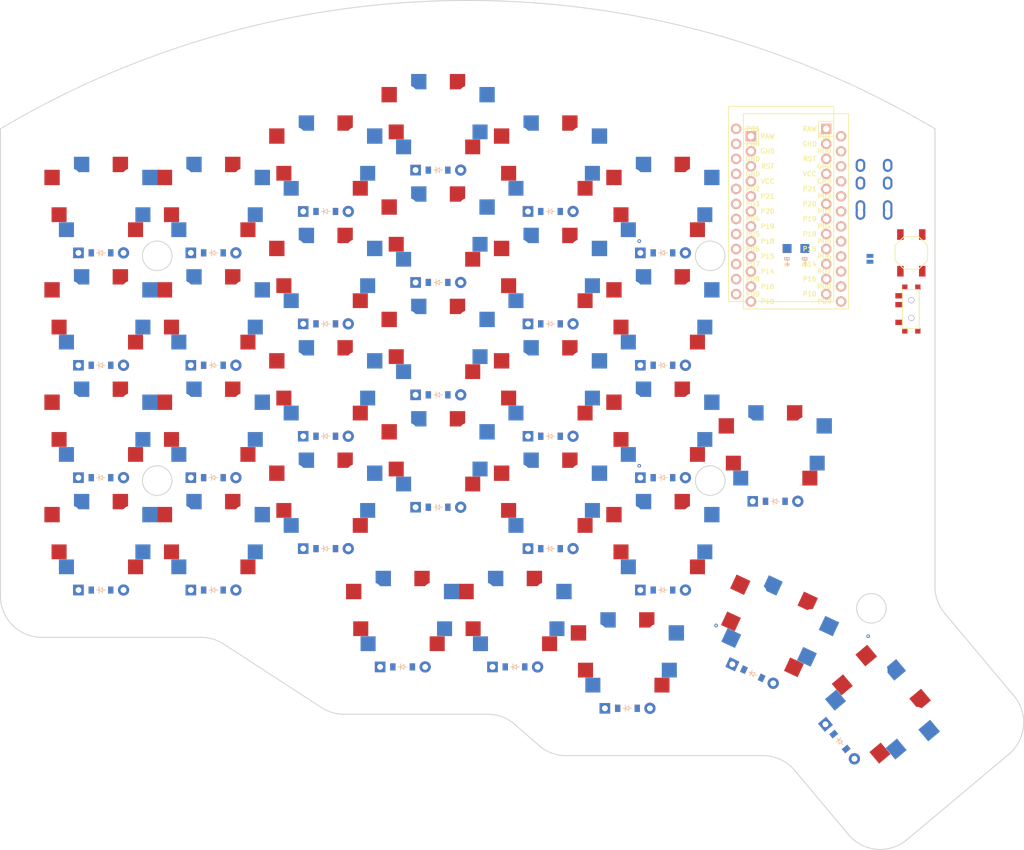
<source format=kicad_pcb>
(kicad_pcb (version 20171130) (host pcbnew 5.1.6)
  (title_block (title insequor58tray) (rev v1.0.0) (company Unknown))
  (layers (0 F.Cu signal) (31 B.Cu signal) (34 B.Paste user) (35 F.Paste user) (36 B.SilkS user) (37 F.SilkS user) (38 B.Mask user) (39 F.Mask user) (44 Edge.Cuts user))
  (net 0 "")
  (net 1 "P21")
  (net 2 "GND")
  (net 3 "outerpinkie_bottom")
  (net 4 "P6")
  (net 5 "outerpinkie_middle")
  (net 6 "P5")
  (net 7 "outerpinkie_home")
  (net 8 "P4")
  (net 9 "outerpinkie_top")
  (net 10 "P3")
  (net 11 "P20")
  (net 12 "pinkie_bottom")
  (net 13 "pinkie_middle")
  (net 14 "pinkie_home")
  (net 15 "pinkie_top")
  (net 16 "P19")
  (net 17 "ring_bottom")
  (net 18 "ring_middle")
  (net 19 "ring_home")
  (net 20 "ring_top")
  (net 21 "P18")
  (net 22 "middle_bottom")
  (net 23 "middle_middle")
  (net 24 "middle_home")
  (net 25 "middle_top")
  (net 26 "P15")
  (net 27 "index_bottom")
  (net 28 "index_middle")
  (net 29 "index_home")
  (net 30 "index_top")
  (net 31 "P14")
  (net 32 "far_bottom")
  (net 33 "far_middle")
  (net 34 "far_home")
  (net 35 "far_top")
  (net 36 "first_bottom")
  (net 37 "P7")
  (net 38 "second_bottom")
  (net 39 "third_bottom")
  (net 40 "addon_bottom")
  (net 41 "fourth_bottom")
  (net 42 "fifth_bottom")
  (net 43 "RAW")
  (net 44 "RST")
  (net 45 "VCC")
  (net 46 "P16")
  (net 47 "P10")
  (net 48 "P1")
  (net 49 "P0")
  (net 50 "P2")
  (net 51 "P8")
  (net 52 "P9")
  (net 53 "pos")
  (net 54 "Bplus")
  (module PG1350 (layer F.Cu) (at 0 0 0)
    (fp_text reference "S1" hide)
    (fp_text value "" hide)
    (pad "" np_thru_hole circle (at 0 0) (size 3.429 3.429) (drill 3.429) (layers *.Cu *.Mask))
    (pad "" np_thru_hole circle (at 5.5 0) (size 1.7018 1.7018) (drill 1.7018) (layers *.Cu *.Mask))
    (pad "" np_thru_hole circle (at -5.5 0) (size 1.7018 1.7018) (drill 1.7018) (layers *.Cu *.Mask))
    (pad "" np_thru_hole circle (at 5 -3.75) (size 3 3) (drill 3) (layers *.Cu *.Mask))
    (pad "" np_thru_hole circle (at 0 -5.95) (size 3 3) (drill 3) (layers *.Cu *.Mask))
    (pad 1 smd rect (at -3.275 -5.95 0) (size 2.6 2.6) (layers B.Cu B.Paste B.Mask) (net 1 "P21"))
    (pad 2 smd rect (at 8.275 -3.75 0) (size 2.6 2.6) (layers B.Cu B.Paste B.Mask) (net 2 "GND"))
    (pad "" np_thru_hole circle (at -5 -3.75) (size 3 3) (drill 3) (layers *.Cu *.Mask))
    (pad "" np_thru_hole circle (at 0 -5.95) (size 3 3) (drill 3) (layers *.Cu *.Mask))
    (pad 1 smd rect (at 3.275 -5.95 0) (size 2.6 2.6) (layers F.Cu F.Paste F.Mask) (net 1 "P21"))
    (pad 2 smd rect (at -8.275 -3.75 0) (size 2.6 2.6) (layers F.Cu F.Paste F.Mask) (net 2 "GND"))
  )
  (module MX (layer F.Cu) (at 0 0 180)
    (fp_text reference "S2" hide)
    (fp_text value "" hide)
    (pad "" np_thru_hole circle (at 0 0) (size 3.9878 3.9878) (drill 3.9878) (layers *.Cu *.Mask))
    (pad "" np_thru_hole circle (at 5.08 0) (size 1.7018 1.7018) (drill 1.7018) (layers *.Cu *.Mask))
    (pad "" np_thru_hole circle (at -5.08 0) (size 1.7018 1.7018) (drill 1.7018) (layers *.Cu *.Mask))
    (pad "" np_thru_hole circle (at 2.54 -5.08) (size 3 3) (drill 3) (layers *.Cu *.Mask))
    (pad "" np_thru_hole circle (at -3.81 -2.54) (size 3 3) (drill 3) (layers *.Cu *.Mask))
    (pad 1 smd rect (at -7.085 -2.54 360) (size 2.55 2.5) (layers B.Cu B.Paste B.Mask) (net 1 "P21"))
    (pad 2 smd rect (at 5.842 -5.08 360) (size 2.55 2.5) (layers B.Cu B.Paste B.Mask) (net 2 "GND"))
    (pad "" np_thru_hole circle (at -2.54 -5.08) (size 3 3) (drill 3) (layers *.Cu *.Mask))
    (pad "" np_thru_hole circle (at 3.81 -2.54) (size 3 3) (drill 3) (layers *.Cu *.Mask))
    (pad 1 smd rect (at 7.085 -2.54 360) (size 2.55 2.5) (layers F.Cu F.Paste F.Mask) (net 1 "P21"))
    (pad 2 smd rect (at -5.842 -5.08 360) (size 2.55 2.5) (layers F.Cu F.Paste F.Mask) (net 2 "GND"))
  )
  (module ComboDiode (layer F.Cu) (at 0 9 0)
    (fp_text reference "D1" hide)
    (fp_text value "" hide)
    (pad 1 smd rect (at -1.65 0 0) (size 0.9 1.2) (layers F.Cu F.Paste F.Mask) (net 4 "P6"))
    (pad 2 smd rect (at 1.65 0 0) (size 0.9 1.2) (layers B.Cu B.Paste B.Mask) (net 3 "outerpinkie_bottom"))
    (pad 1 smd rect (at -1.65 0 0) (size 0.9 1.2) (layers B.Cu B.Paste B.Mask) (net 4 "P6"))
    (pad 2 smd rect (at 1.65 0 0) (size 0.9 1.2) (layers F.Cu F.Paste F.Mask) (net 3 "outerpinkie_bottom"))
    (pad 1 thru_hole circle (at 3.81 0 0) (size 1.905 1.905) (drill 0.9906) (layers *.Cu *.Mask) (net 3 "outerpinkie_bottom"))
    (pad 2 thru_hole rect (at -3.81 0 0) (size 1.778 1.778) (drill 0.9906) (layers *.Cu *.Mask) (net 4 "P6"))
  )
  (module PG1350 (layer F.Cu) (at 0 -19 0)
    (fp_text reference "S3" hide)
    (fp_text value "" hide)
    (pad "" np_thru_hole circle (at 0 0) (size 3.429 3.429) (drill 3.429) (layers *.Cu *.Mask))
    (pad "" np_thru_hole circle (at 5.5 0) (size 1.7018 1.7018) (drill 1.7018) (layers *.Cu *.Mask))
    (pad "" np_thru_hole circle (at -5.5 0) (size 1.7018 1.7018) (drill 1.7018) (layers *.Cu *.Mask))
    (pad "" np_thru_hole circle (at 5 -3.75) (size 3 3) (drill 3) (layers *.Cu *.Mask))
    (pad "" np_thru_hole circle (at 0 -5.95) (size 3 3) (drill 3) (layers *.Cu *.Mask))
    (pad 1 smd rect (at -3.275 -5.95 0) (size 2.6 2.6) (layers B.Cu B.Paste B.Mask) (net 1 "P21"))
    (pad 2 smd rect (at 8.275 -3.75 0) (size 2.6 2.6) (layers B.Cu B.Paste B.Mask) (net 2 "GND"))
    (pad "" np_thru_hole circle (at -5 -3.75) (size 3 3) (drill 3) (layers *.Cu *.Mask))
    (pad "" np_thru_hole circle (at 0 -5.95) (size 3 3) (drill 3) (layers *.Cu *.Mask))
    (pad 1 smd rect (at 3.275 -5.95 0) (size 2.6 2.6) (layers F.Cu F.Paste F.Mask) (net 1 "P21"))
    (pad 2 smd rect (at -8.275 -3.75 0) (size 2.6 2.6) (layers F.Cu F.Paste F.Mask) (net 2 "GND"))
  )
  (module MX (layer F.Cu) (at 0 -19 180)
    (fp_text reference "S4" hide)
    (fp_text value "" hide)
    (pad "" np_thru_hole circle (at 0 0) (size 3.9878 3.9878) (drill 3.9878) (layers *.Cu *.Mask))
    (pad "" np_thru_hole circle (at 5.08 0) (size 1.7018 1.7018) (drill 1.7018) (layers *.Cu *.Mask))
    (pad "" np_thru_hole circle (at -5.08 0) (size 1.7018 1.7018) (drill 1.7018) (layers *.Cu *.Mask))
    (pad "" np_thru_hole circle (at 2.54 -5.08) (size 3 3) (drill 3) (layers *.Cu *.Mask))
    (pad "" np_thru_hole circle (at -3.81 -2.54) (size 3 3) (drill 3) (layers *.Cu *.Mask))
    (pad 1 smd rect (at -7.085 -2.54 360) (size 2.55 2.5) (layers B.Cu B.Paste B.Mask) (net 1 "P21"))
    (pad 2 smd rect (at 5.842 -5.08 360) (size 2.55 2.5) (layers B.Cu B.Paste B.Mask) (net 2 "GND"))
    (pad "" np_thru_hole circle (at -2.54 -5.08) (size 3 3) (drill 3) (layers *.Cu *.Mask))
    (pad "" np_thru_hole circle (at 3.81 -2.54) (size 3 3) (drill 3) (layers *.Cu *.Mask))
    (pad 1 smd rect (at 7.085 -2.54 360) (size 2.55 2.5) (layers F.Cu F.Paste F.Mask) (net 1 "P21"))
    (pad 2 smd rect (at -5.842 -5.08 360) (size 2.55 2.5) (layers F.Cu F.Paste F.Mask) (net 2 "GND"))
  )
  (module ComboDiode (layer F.Cu) (at 0 -10 0)
    (fp_text reference "D2" hide)
    (fp_text value "" hide)
    (pad 1 smd rect (at -1.65 0 0) (size 0.9 1.2) (layers F.Cu F.Paste F.Mask) (net 6 "P5"))
    (pad 2 smd rect (at 1.65 0 0) (size 0.9 1.2) (layers B.Cu B.Paste B.Mask) (net 5 "outerpinkie_middle"))
    (pad 1 smd rect (at -1.65 0 0) (size 0.9 1.2) (layers B.Cu B.Paste B.Mask) (net 6 "P5"))
    (pad 2 smd rect (at 1.65 0 0) (size 0.9 1.2) (layers F.Cu F.Paste F.Mask) (net 5 "outerpinkie_middle"))
    (pad 1 thru_hole circle (at 3.81 0 0) (size 1.905 1.905) (drill 0.9906) (layers *.Cu *.Mask) (net 5 "outerpinkie_middle"))
    (pad 2 thru_hole rect (at -3.81 0 0) (size 1.778 1.778) (drill 0.9906) (layers *.Cu *.Mask) (net 6 "P5"))
  )
  (module PG1350 (layer F.Cu) (at 0 -38 0)
    (fp_text reference "S5" hide)
    (fp_text value "" hide)
    (pad "" np_thru_hole circle (at 0 0) (size 3.429 3.429) (drill 3.429) (layers *.Cu *.Mask))
    (pad "" np_thru_hole circle (at 5.5 0) (size 1.7018 1.7018) (drill 1.7018) (layers *.Cu *.Mask))
    (pad "" np_thru_hole circle (at -5.5 0) (size 1.7018 1.7018) (drill 1.7018) (layers *.Cu *.Mask))
    (pad "" np_thru_hole circle (at 5 -3.75) (size 3 3) (drill 3) (layers *.Cu *.Mask))
    (pad "" np_thru_hole circle (at 0 -5.95) (size 3 3) (drill 3) (layers *.Cu *.Mask))
    (pad 1 smd rect (at -3.275 -5.95 0) (size 2.6 2.6) (layers B.Cu B.Paste B.Mask) (net 1 "P21"))
    (pad 2 smd rect (at 8.275 -3.75 0) (size 2.6 2.6) (layers B.Cu B.Paste B.Mask) (net 2 "GND"))
    (pad "" np_thru_hole circle (at -5 -3.75) (size 3 3) (drill 3) (layers *.Cu *.Mask))
    (pad "" np_thru_hole circle (at 0 -5.95) (size 3 3) (drill 3) (layers *.Cu *.Mask))
    (pad 1 smd rect (at 3.275 -5.95 0) (size 2.6 2.6) (layers F.Cu F.Paste F.Mask) (net 1 "P21"))
    (pad 2 smd rect (at -8.275 -3.75 0) (size 2.6 2.6) (layers F.Cu F.Paste F.Mask) (net 2 "GND"))
  )
  (module MX (layer F.Cu) (at 0 -38 180)
    (fp_text reference "S6" hide)
    (fp_text value "" hide)
    (pad "" np_thru_hole circle (at 0 0) (size 3.9878 3.9878) (drill 3.9878) (layers *.Cu *.Mask))
    (pad "" np_thru_hole circle (at 5.08 0) (size 1.7018 1.7018) (drill 1.7018) (layers *.Cu *.Mask))
    (pad "" np_thru_hole circle (at -5.08 0) (size 1.7018 1.7018) (drill 1.7018) (layers *.Cu *.Mask))
    (pad "" np_thru_hole circle (at 2.54 -5.08) (size 3 3) (drill 3) (layers *.Cu *.Mask))
    (pad "" np_thru_hole circle (at -3.81 -2.54) (size 3 3) (drill 3) (layers *.Cu *.Mask))
    (pad 1 smd rect (at -7.085 -2.54 360) (size 2.55 2.5) (layers B.Cu B.Paste B.Mask) (net 1 "P21"))
    (pad 2 smd rect (at 5.842 -5.08 360) (size 2.55 2.5) (layers B.Cu B.Paste B.Mask) (net 2 "GND"))
    (pad "" np_thru_hole circle (at -2.54 -5.08) (size 3 3) (drill 3) (layers *.Cu *.Mask))
    (pad "" np_thru_hole circle (at 3.81 -2.54) (size 3 3) (drill 3) (layers *.Cu *.Mask))
    (pad 1 smd rect (at 7.085 -2.54 360) (size 2.55 2.5) (layers F.Cu F.Paste F.Mask) (net 1 "P21"))
    (pad 2 smd rect (at -5.842 -5.08 360) (size 2.55 2.5) (layers F.Cu F.Paste F.Mask) (net 2 "GND"))
  )
  (module ComboDiode (layer F.Cu) (at 0 -29 0)
    (fp_text reference "D3" hide)
    (fp_text value "" hide)
    (pad 1 smd rect (at -1.65 0 0) (size 0.9 1.2) (layers F.Cu F.Paste F.Mask) (net 8 "P4"))
    (pad 2 smd rect (at 1.65 0 0) (size 0.9 1.2) (layers B.Cu B.Paste B.Mask) (net 7 "outerpinkie_home"))
    (pad 1 smd rect (at -1.65 0 0) (size 0.9 1.2) (layers B.Cu B.Paste B.Mask) (net 8 "P4"))
    (pad 2 smd rect (at 1.65 0 0) (size 0.9 1.2) (layers F.Cu F.Paste F.Mask) (net 7 "outerpinkie_home"))
    (pad 1 thru_hole circle (at 3.81 0 0) (size 1.905 1.905) (drill 0.9906) (layers *.Cu *.Mask) (net 7 "outerpinkie_home"))
    (pad 2 thru_hole rect (at -3.81 0 0) (size 1.778 1.778) (drill 0.9906) (layers *.Cu *.Mask) (net 8 "P4"))
  )
  (module PG1350 (layer F.Cu) (at 0 -57 0)
    (fp_text reference "S7" hide)
    (fp_text value "" hide)
    (pad "" np_thru_hole circle (at 0 0) (size 3.429 3.429) (drill 3.429) (layers *.Cu *.Mask))
    (pad "" np_thru_hole circle (at 5.5 0) (size 1.7018 1.7018) (drill 1.7018) (layers *.Cu *.Mask))
    (pad "" np_thru_hole circle (at -5.5 0) (size 1.7018 1.7018) (drill 1.7018) (layers *.Cu *.Mask))
    (pad "" np_thru_hole circle (at 5 -3.75) (size 3 3) (drill 3) (layers *.Cu *.Mask))
    (pad "" np_thru_hole circle (at 0 -5.95) (size 3 3) (drill 3) (layers *.Cu *.Mask))
    (pad 1 smd rect (at -3.275 -5.95 0) (size 2.6 2.6) (layers B.Cu B.Paste B.Mask) (net 1 "P21"))
    (pad 2 smd rect (at 8.275 -3.75 0) (size 2.6 2.6) (layers B.Cu B.Paste B.Mask) (net 2 "GND"))
    (pad "" np_thru_hole circle (at -5 -3.75) (size 3 3) (drill 3) (layers *.Cu *.Mask))
    (pad "" np_thru_hole circle (at 0 -5.95) (size 3 3) (drill 3) (layers *.Cu *.Mask))
    (pad 1 smd rect (at 3.275 -5.95 0) (size 2.6 2.6) (layers F.Cu F.Paste F.Mask) (net 1 "P21"))
    (pad 2 smd rect (at -8.275 -3.75 0) (size 2.6 2.6) (layers F.Cu F.Paste F.Mask) (net 2 "GND"))
  )
  (module MX (layer F.Cu) (at 0 -57 180)
    (fp_text reference "S8" hide)
    (fp_text value "" hide)
    (pad "" np_thru_hole circle (at 0 0) (size 3.9878 3.9878) (drill 3.9878) (layers *.Cu *.Mask))
    (pad "" np_thru_hole circle (at 5.08 0) (size 1.7018 1.7018) (drill 1.7018) (layers *.Cu *.Mask))
    (pad "" np_thru_hole circle (at -5.08 0) (size 1.7018 1.7018) (drill 1.7018) (layers *.Cu *.Mask))
    (pad "" np_thru_hole circle (at 2.54 -5.08) (size 3 3) (drill 3) (layers *.Cu *.Mask))
    (pad "" np_thru_hole circle (at -3.81 -2.54) (size 3 3) (drill 3) (layers *.Cu *.Mask))
    (pad 1 smd rect (at -7.085 -2.54 360) (size 2.55 2.5) (layers B.Cu B.Paste B.Mask) (net 1 "P21"))
    (pad 2 smd rect (at 5.842 -5.08 360) (size 2.55 2.5) (layers B.Cu B.Paste B.Mask) (net 2 "GND"))
    (pad "" np_thru_hole circle (at -2.54 -5.08) (size 3 3) (drill 3) (layers *.Cu *.Mask))
    (pad "" np_thru_hole circle (at 3.81 -2.54) (size 3 3) (drill 3) (layers *.Cu *.Mask))
    (pad 1 smd rect (at 7.085 -2.54 360) (size 2.55 2.5) (layers F.Cu F.Paste F.Mask) (net 1 "P21"))
    (pad 2 smd rect (at -5.842 -5.08 360) (size 2.55 2.5) (layers F.Cu F.Paste F.Mask) (net 2 "GND"))
  )
  (module ComboDiode (layer F.Cu) (at 0 -48 0)
    (fp_text reference "D4" hide)
    (fp_text value "" hide)
    (pad 1 smd rect (at -1.65 0 0) (size 0.9 1.2) (layers F.Cu F.Paste F.Mask) (net 10 "P3"))
    (pad 2 smd rect (at 1.65 0 0) (size 0.9 1.2) (layers B.Cu B.Paste B.Mask) (net 9 "outerpinkie_top"))
    (pad 1 smd rect (at -1.65 0 0) (size 0.9 1.2) (layers B.Cu B.Paste B.Mask) (net 10 "P3"))
    (pad 2 smd rect (at 1.65 0 0) (size 0.9 1.2) (layers F.Cu F.Paste F.Mask) (net 9 "outerpinkie_top"))
    (pad 1 thru_hole circle (at 3.81 0 0) (size 1.905 1.905) (drill 0.9906) (layers *.Cu *.Mask) (net 9 "outerpinkie_top"))
    (pad 2 thru_hole rect (at -3.81 0 0) (size 1.778 1.778) (drill 0.9906) (layers *.Cu *.Mask) (net 10 "P3"))
  )
  (module PG1350 (layer F.Cu) (at 19 0 0)
    (fp_text reference "S9" hide)
    (fp_text value "" hide)
    (pad "" np_thru_hole circle (at 0 0) (size 3.429 3.429) (drill 3.429) (layers *.Cu *.Mask))
    (pad "" np_thru_hole circle (at 5.5 0) (size 1.7018 1.7018) (drill 1.7018) (layers *.Cu *.Mask))
    (pad "" np_thru_hole circle (at -5.5 0) (size 1.7018 1.7018) (drill 1.7018) (layers *.Cu *.Mask))
    (pad "" np_thru_hole circle (at 5 -3.75) (size 3 3) (drill 3) (layers *.Cu *.Mask))
    (pad "" np_thru_hole circle (at 0 -5.95) (size 3 3) (drill 3) (layers *.Cu *.Mask))
    (pad 1 smd rect (at -3.275 -5.95 0) (size 2.6 2.6) (layers B.Cu B.Paste B.Mask) (net 11 "P20"))
    (pad 2 smd rect (at 8.275 -3.75 0) (size 2.6 2.6) (layers B.Cu B.Paste B.Mask) (net 2 "GND"))
    (pad "" np_thru_hole circle (at -5 -3.75) (size 3 3) (drill 3) (layers *.Cu *.Mask))
    (pad "" np_thru_hole circle (at 0 -5.95) (size 3 3) (drill 3) (layers *.Cu *.Mask))
    (pad 1 smd rect (at 3.275 -5.95 0) (size 2.6 2.6) (layers F.Cu F.Paste F.Mask) (net 11 "P20"))
    (pad 2 smd rect (at -8.275 -3.75 0) (size 2.6 2.6) (layers F.Cu F.Paste F.Mask) (net 2 "GND"))
  )
  (module MX (layer F.Cu) (at 19 0 180)
    (fp_text reference "S10" hide)
    (fp_text value "" hide)
    (pad "" np_thru_hole circle (at 0 0) (size 3.9878 3.9878) (drill 3.9878) (layers *.Cu *.Mask))
    (pad "" np_thru_hole circle (at 5.08 0) (size 1.7018 1.7018) (drill 1.7018) (layers *.Cu *.Mask))
    (pad "" np_thru_hole circle (at -5.08 0) (size 1.7018 1.7018) (drill 1.7018) (layers *.Cu *.Mask))
    (pad "" np_thru_hole circle (at 2.54 -5.08) (size 3 3) (drill 3) (layers *.Cu *.Mask))
    (pad "" np_thru_hole circle (at -3.81 -2.54) (size 3 3) (drill 3) (layers *.Cu *.Mask))
    (pad 1 smd rect (at -7.085 -2.54 360) (size 2.55 2.5) (layers B.Cu B.Paste B.Mask) (net 11 "P20"))
    (pad 2 smd rect (at 5.842 -5.08 360) (size 2.55 2.5) (layers B.Cu B.Paste B.Mask) (net 2 "GND"))
    (pad "" np_thru_hole circle (at -2.54 -5.08) (size 3 3) (drill 3) (layers *.Cu *.Mask))
    (pad "" np_thru_hole circle (at 3.81 -2.54) (size 3 3) (drill 3) (layers *.Cu *.Mask))
    (pad 1 smd rect (at 7.085 -2.54 360) (size 2.55 2.5) (layers F.Cu F.Paste F.Mask) (net 11 "P20"))
    (pad 2 smd rect (at -5.842 -5.08 360) (size 2.55 2.5) (layers F.Cu F.Paste F.Mask) (net 2 "GND"))
  )
  (module ComboDiode (layer F.Cu) (at 19 9 0)
    (fp_text reference "D5" hide)
    (fp_text value "" hide)
    (pad 1 smd rect (at -1.65 0 0) (size 0.9 1.2) (layers F.Cu F.Paste F.Mask) (net 4 "P6"))
    (pad 2 smd rect (at 1.65 0 0) (size 0.9 1.2) (layers B.Cu B.Paste B.Mask) (net 12 "pinkie_bottom"))
    (pad 1 smd rect (at -1.65 0 0) (size 0.9 1.2) (layers B.Cu B.Paste B.Mask) (net 4 "P6"))
    (pad 2 smd rect (at 1.65 0 0) (size 0.9 1.2) (layers F.Cu F.Paste F.Mask) (net 12 "pinkie_bottom"))
    (pad 1 thru_hole circle (at 3.81 0 0) (size 1.905 1.905) (drill 0.9906) (layers *.Cu *.Mask) (net 12 "pinkie_bottom"))
    (pad 2 thru_hole rect (at -3.81 0 0) (size 1.778 1.778) (drill 0.9906) (layers *.Cu *.Mask) (net 4 "P6"))
  )
  (module PG1350 (layer F.Cu) (at 19 -19 0)
    (fp_text reference "S11" hide)
    (fp_text value "" hide)
    (pad "" np_thru_hole circle (at 0 0) (size 3.429 3.429) (drill 3.429) (layers *.Cu *.Mask))
    (pad "" np_thru_hole circle (at 5.5 0) (size 1.7018 1.7018) (drill 1.7018) (layers *.Cu *.Mask))
    (pad "" np_thru_hole circle (at -5.5 0) (size 1.7018 1.7018) (drill 1.7018) (layers *.Cu *.Mask))
    (pad "" np_thru_hole circle (at 5 -3.75) (size 3 3) (drill 3) (layers *.Cu *.Mask))
    (pad "" np_thru_hole circle (at 0 -5.95) (size 3 3) (drill 3) (layers *.Cu *.Mask))
    (pad 1 smd rect (at -3.275 -5.95 0) (size 2.6 2.6) (layers B.Cu B.Paste B.Mask) (net 11 "P20"))
    (pad 2 smd rect (at 8.275 -3.75 0) (size 2.6 2.6) (layers B.Cu B.Paste B.Mask) (net 2 "GND"))
    (pad "" np_thru_hole circle (at -5 -3.75) (size 3 3) (drill 3) (layers *.Cu *.Mask))
    (pad "" np_thru_hole circle (at 0 -5.95) (size 3 3) (drill 3) (layers *.Cu *.Mask))
    (pad 1 smd rect (at 3.275 -5.95 0) (size 2.6 2.6) (layers F.Cu F.Paste F.Mask) (net 11 "P20"))
    (pad 2 smd rect (at -8.275 -3.75 0) (size 2.6 2.6) (layers F.Cu F.Paste F.Mask) (net 2 "GND"))
  )
  (module MX (layer F.Cu) (at 19 -19 180)
    (fp_text reference "S12" hide)
    (fp_text value "" hide)
    (pad "" np_thru_hole circle (at 0 0) (size 3.9878 3.9878) (drill 3.9878) (layers *.Cu *.Mask))
    (pad "" np_thru_hole circle (at 5.08 0) (size 1.7018 1.7018) (drill 1.7018) (layers *.Cu *.Mask))
    (pad "" np_thru_hole circle (at -5.08 0) (size 1.7018 1.7018) (drill 1.7018) (layers *.Cu *.Mask))
    (pad "" np_thru_hole circle (at 2.54 -5.08) (size 3 3) (drill 3) (layers *.Cu *.Mask))
    (pad "" np_thru_hole circle (at -3.81 -2.54) (size 3 3) (drill 3) (layers *.Cu *.Mask))
    (pad 1 smd rect (at -7.085 -2.54 360) (size 2.55 2.5) (layers B.Cu B.Paste B.Mask) (net 11 "P20"))
    (pad 2 smd rect (at 5.842 -5.08 360) (size 2.55 2.5) (layers B.Cu B.Paste B.Mask) (net 2 "GND"))
    (pad "" np_thru_hole circle (at -2.54 -5.08) (size 3 3) (drill 3) (layers *.Cu *.Mask))
    (pad "" np_thru_hole circle (at 3.81 -2.54) (size 3 3) (drill 3) (layers *.Cu *.Mask))
    (pad 1 smd rect (at 7.085 -2.54 360) (size 2.55 2.5) (layers F.Cu F.Paste F.Mask) (net 11 "P20"))
    (pad 2 smd rect (at -5.842 -5.08 360) (size 2.55 2.5) (layers F.Cu F.Paste F.Mask) (net 2 "GND"))
  )
  (module ComboDiode (layer F.Cu) (at 19 -10 0)
    (fp_text reference "D6" hide)
    (fp_text value "" hide)
    (pad 1 smd rect (at -1.65 0 0) (size 0.9 1.2) (layers F.Cu F.Paste F.Mask) (net 6 "P5"))
    (pad 2 smd rect (at 1.65 0 0) (size 0.9 1.2) (layers B.Cu B.Paste B.Mask) (net 13 "pinkie_middle"))
    (pad 1 smd rect (at -1.65 0 0) (size 0.9 1.2) (layers B.Cu B.Paste B.Mask) (net 6 "P5"))
    (pad 2 smd rect (at 1.65 0 0) (size 0.9 1.2) (layers F.Cu F.Paste F.Mask) (net 13 "pinkie_middle"))
    (pad 1 thru_hole circle (at 3.81 0 0) (size 1.905 1.905) (drill 0.9906) (layers *.Cu *.Mask) (net 13 "pinkie_middle"))
    (pad 2 thru_hole rect (at -3.81 0 0) (size 1.778 1.778) (drill 0.9906) (layers *.Cu *.Mask) (net 6 "P5"))
  )
  (module PG1350 (layer F.Cu) (at 19 -38 0)
    (fp_text reference "S13" hide)
    (fp_text value "" hide)
    (pad "" np_thru_hole circle (at 0 0) (size 3.429 3.429) (drill 3.429) (layers *.Cu *.Mask))
    (pad "" np_thru_hole circle (at 5.5 0) (size 1.7018 1.7018) (drill 1.7018) (layers *.Cu *.Mask))
    (pad "" np_thru_hole circle (at -5.5 0) (size 1.7018 1.7018) (drill 1.7018) (layers *.Cu *.Mask))
    (pad "" np_thru_hole circle (at 5 -3.75) (size 3 3) (drill 3) (layers *.Cu *.Mask))
    (pad "" np_thru_hole circle (at 0 -5.95) (size 3 3) (drill 3) (layers *.Cu *.Mask))
    (pad 1 smd rect (at -3.275 -5.95 0) (size 2.6 2.6) (layers B.Cu B.Paste B.Mask) (net 11 "P20"))
    (pad 2 smd rect (at 8.275 -3.75 0) (size 2.6 2.6) (layers B.Cu B.Paste B.Mask) (net 2 "GND"))
    (pad "" np_thru_hole circle (at -5 -3.75) (size 3 3) (drill 3) (layers *.Cu *.Mask))
    (pad "" np_thru_hole circle (at 0 -5.95) (size 3 3) (drill 3) (layers *.Cu *.Mask))
    (pad 1 smd rect (at 3.275 -5.95 0) (size 2.6 2.6) (layers F.Cu F.Paste F.Mask) (net 11 "P20"))
    (pad 2 smd rect (at -8.275 -3.75 0) (size 2.6 2.6) (layers F.Cu F.Paste F.Mask) (net 2 "GND"))
  )
  (module MX (layer F.Cu) (at 19 -38 180)
    (fp_text reference "S14" hide)
    (fp_text value "" hide)
    (pad "" np_thru_hole circle (at 0 0) (size 3.9878 3.9878) (drill 3.9878) (layers *.Cu *.Mask))
    (pad "" np_thru_hole circle (at 5.08 0) (size 1.7018 1.7018) (drill 1.7018) (layers *.Cu *.Mask))
    (pad "" np_thru_hole circle (at -5.08 0) (size 1.7018 1.7018) (drill 1.7018) (layers *.Cu *.Mask))
    (pad "" np_thru_hole circle (at 2.54 -5.08) (size 3 3) (drill 3) (layers *.Cu *.Mask))
    (pad "" np_thru_hole circle (at -3.81 -2.54) (size 3 3) (drill 3) (layers *.Cu *.Mask))
    (pad 1 smd rect (at -7.085 -2.54 360) (size 2.55 2.5) (layers B.Cu B.Paste B.Mask) (net 11 "P20"))
    (pad 2 smd rect (at 5.842 -5.08 360) (size 2.55 2.5) (layers B.Cu B.Paste B.Mask) (net 2 "GND"))
    (pad "" np_thru_hole circle (at -2.54 -5.08) (size 3 3) (drill 3) (layers *.Cu *.Mask))
    (pad "" np_thru_hole circle (at 3.81 -2.54) (size 3 3) (drill 3) (layers *.Cu *.Mask))
    (pad 1 smd rect (at 7.085 -2.54 360) (size 2.55 2.5) (layers F.Cu F.Paste F.Mask) (net 11 "P20"))
    (pad 2 smd rect (at -5.842 -5.08 360) (size 2.55 2.5) (layers F.Cu F.Paste F.Mask) (net 2 "GND"))
  )
  (module ComboDiode (layer F.Cu) (at 19 -29 0)
    (fp_text reference "D7" hide)
    (fp_text value "" hide)
    (pad 1 smd rect (at -1.65 0 0) (size 0.9 1.2) (layers F.Cu F.Paste F.Mask) (net 8 "P4"))
    (pad 2 smd rect (at 1.65 0 0) (size 0.9 1.2) (layers B.Cu B.Paste B.Mask) (net 14 "pinkie_home"))
    (pad 1 smd rect (at -1.65 0 0) (size 0.9 1.2) (layers B.Cu B.Paste B.Mask) (net 8 "P4"))
    (pad 2 smd rect (at 1.65 0 0) (size 0.9 1.2) (layers F.Cu F.Paste F.Mask) (net 14 "pinkie_home"))
    (pad 1 thru_hole circle (at 3.81 0 0) (size 1.905 1.905) (drill 0.9906) (layers *.Cu *.Mask) (net 14 "pinkie_home"))
    (pad 2 thru_hole rect (at -3.81 0 0) (size 1.778 1.778) (drill 0.9906) (layers *.Cu *.Mask) (net 8 "P4"))
  )
  (module PG1350 (layer F.Cu) (at 19 -57 0)
    (fp_text reference "S15" hide)
    (fp_text value "" hide)
    (pad "" np_thru_hole circle (at 0 0) (size 3.429 3.429) (drill 3.429) (layers *.Cu *.Mask))
    (pad "" np_thru_hole circle (at 5.5 0) (size 1.7018 1.7018) (drill 1.7018) (layers *.Cu *.Mask))
    (pad "" np_thru_hole circle (at -5.5 0) (size 1.7018 1.7018) (drill 1.7018) (layers *.Cu *.Mask))
    (pad "" np_thru_hole circle (at 5 -3.75) (size 3 3) (drill 3) (layers *.Cu *.Mask))
    (pad "" np_thru_hole circle (at 0 -5.95) (size 3 3) (drill 3) (layers *.Cu *.Mask))
    (pad 1 smd rect (at -3.275 -5.95 0) (size 2.6 2.6) (layers B.Cu B.Paste B.Mask) (net 11 "P20"))
    (pad 2 smd rect (at 8.275 -3.75 0) (size 2.6 2.6) (layers B.Cu B.Paste B.Mask) (net 2 "GND"))
    (pad "" np_thru_hole circle (at -5 -3.75) (size 3 3) (drill 3) (layers *.Cu *.Mask))
    (pad "" np_thru_hole circle (at 0 -5.95) (size 3 3) (drill 3) (layers *.Cu *.Mask))
    (pad 1 smd rect (at 3.275 -5.95 0) (size 2.6 2.6) (layers F.Cu F.Paste F.Mask) (net 11 "P20"))
    (pad 2 smd rect (at -8.275 -3.75 0) (size 2.6 2.6) (layers F.Cu F.Paste F.Mask) (net 2 "GND"))
  )
  (module MX (layer F.Cu) (at 19 -57 180)
    (fp_text reference "S16" hide)
    (fp_text value "" hide)
    (pad "" np_thru_hole circle (at 0 0) (size 3.9878 3.9878) (drill 3.9878) (layers *.Cu *.Mask))
    (pad "" np_thru_hole circle (at 5.08 0) (size 1.7018 1.7018) (drill 1.7018) (layers *.Cu *.Mask))
    (pad "" np_thru_hole circle (at -5.08 0) (size 1.7018 1.7018) (drill 1.7018) (layers *.Cu *.Mask))
    (pad "" np_thru_hole circle (at 2.54 -5.08) (size 3 3) (drill 3) (layers *.Cu *.Mask))
    (pad "" np_thru_hole circle (at -3.81 -2.54) (size 3 3) (drill 3) (layers *.Cu *.Mask))
    (pad 1 smd rect (at -7.085 -2.54 360) (size 2.55 2.5) (layers B.Cu B.Paste B.Mask) (net 11 "P20"))
    (pad 2 smd rect (at 5.842 -5.08 360) (size 2.55 2.5) (layers B.Cu B.Paste B.Mask) (net 2 "GND"))
    (pad "" np_thru_hole circle (at -2.54 -5.08) (size 3 3) (drill 3) (layers *.Cu *.Mask))
    (pad "" np_thru_hole circle (at 3.81 -2.54) (size 3 3) (drill 3) (layers *.Cu *.Mask))
    (pad 1 smd rect (at 7.085 -2.54 360) (size 2.55 2.5) (layers F.Cu F.Paste F.Mask) (net 11 "P20"))
    (pad 2 smd rect (at -5.842 -5.08 360) (size 2.55 2.5) (layers F.Cu F.Paste F.Mask) (net 2 "GND"))
  )
  (module ComboDiode (layer F.Cu) (at 19 -48 0)
    (fp_text reference "D8" hide)
    (fp_text value "" hide)
    (pad 1 smd rect (at -1.65 0 0) (size 0.9 1.2) (layers F.Cu F.Paste F.Mask) (net 10 "P3"))
    (pad 2 smd rect (at 1.65 0 0) (size 0.9 1.2) (layers B.Cu B.Paste B.Mask) (net 15 "pinkie_top"))
    (pad 1 smd rect (at -1.65 0 0) (size 0.9 1.2) (layers B.Cu B.Paste B.Mask) (net 10 "P3"))
    (pad 2 smd rect (at 1.65 0 0) (size 0.9 1.2) (layers F.Cu F.Paste F.Mask) (net 15 "pinkie_top"))
    (pad 1 thru_hole circle (at 3.81 0 0) (size 1.905 1.905) (drill 0.9906) (layers *.Cu *.Mask) (net 15 "pinkie_top"))
    (pad 2 thru_hole rect (at -3.81 0 0) (size 1.778 1.778) (drill 0.9906) (layers *.Cu *.Mask) (net 10 "P3"))
  )
  (module PG1350 (layer F.Cu) (at 38 -7 0)
    (fp_text reference "S17" hide)
    (fp_text value "" hide)
    (pad "" np_thru_hole circle (at 0 0) (size 3.429 3.429) (drill 3.429) (layers *.Cu *.Mask))
    (pad "" np_thru_hole circle (at 5.5 0) (size 1.7018 1.7018) (drill 1.7018) (layers *.Cu *.Mask))
    (pad "" np_thru_hole circle (at -5.5 0) (size 1.7018 1.7018) (drill 1.7018) (layers *.Cu *.Mask))
    (pad "" np_thru_hole circle (at 5 -3.75) (size 3 3) (drill 3) (layers *.Cu *.Mask))
    (pad "" np_thru_hole circle (at 0 -5.95) (size 3 3) (drill 3) (layers *.Cu *.Mask))
    (pad 1 smd rect (at -3.275 -5.95 0) (size 2.6 2.6) (layers B.Cu B.Paste B.Mask) (net 16 "P19"))
    (pad 2 smd rect (at 8.275 -3.75 0) (size 2.6 2.6) (layers B.Cu B.Paste B.Mask) (net 2 "GND"))
    (pad "" np_thru_hole circle (at -5 -3.75) (size 3 3) (drill 3) (layers *.Cu *.Mask))
    (pad "" np_thru_hole circle (at 0 -5.95) (size 3 3) (drill 3) (layers *.Cu *.Mask))
    (pad 1 smd rect (at 3.275 -5.95 0) (size 2.6 2.6) (layers F.Cu F.Paste F.Mask) (net 16 "P19"))
    (pad 2 smd rect (at -8.275 -3.75 0) (size 2.6 2.6) (layers F.Cu F.Paste F.Mask) (net 2 "GND"))
  )
  (module MX (layer F.Cu) (at 38 -7 180)
    (fp_text reference "S18" hide)
    (fp_text value "" hide)
    (pad "" np_thru_hole circle (at 0 0) (size 3.9878 3.9878) (drill 3.9878) (layers *.Cu *.Mask))
    (pad "" np_thru_hole circle (at 5.08 0) (size 1.7018 1.7018) (drill 1.7018) (layers *.Cu *.Mask))
    (pad "" np_thru_hole circle (at -5.08 0) (size 1.7018 1.7018) (drill 1.7018) (layers *.Cu *.Mask))
    (pad "" np_thru_hole circle (at 2.54 -5.08) (size 3 3) (drill 3) (layers *.Cu *.Mask))
    (pad "" np_thru_hole circle (at -3.81 -2.54) (size 3 3) (drill 3) (layers *.Cu *.Mask))
    (pad 1 smd rect (at -7.085 -2.54 360) (size 2.55 2.5) (layers B.Cu B.Paste B.Mask) (net 16 "P19"))
    (pad 2 smd rect (at 5.842 -5.08 360) (size 2.55 2.5) (layers B.Cu B.Paste B.Mask) (net 2 "GND"))
    (pad "" np_thru_hole circle (at -2.54 -5.08) (size 3 3) (drill 3) (layers *.Cu *.Mask))
    (pad "" np_thru_hole circle (at 3.81 -2.54) (size 3 3) (drill 3) (layers *.Cu *.Mask))
    (pad 1 smd rect (at 7.085 -2.54 360) (size 2.55 2.5) (layers F.Cu F.Paste F.Mask) (net 16 "P19"))
    (pad 2 smd rect (at -5.842 -5.08 360) (size 2.55 2.5) (layers F.Cu F.Paste F.Mask) (net 2 "GND"))
  )
  (module ComboDiode (layer F.Cu) (at 38 2 0)
    (fp_text reference "D9" hide)
    (fp_text value "" hide)
    (pad 1 smd rect (at -1.65 0 0) (size 0.9 1.2) (layers F.Cu F.Paste F.Mask) (net 4 "P6"))
    (pad 2 smd rect (at 1.65 0 0) (size 0.9 1.2) (layers B.Cu B.Paste B.Mask) (net 17 "ring_bottom"))
    (pad 1 smd rect (at -1.65 0 0) (size 0.9 1.2) (layers B.Cu B.Paste B.Mask) (net 4 "P6"))
    (pad 2 smd rect (at 1.65 0 0) (size 0.9 1.2) (layers F.Cu F.Paste F.Mask) (net 17 "ring_bottom"))
    (pad 1 thru_hole circle (at 3.81 0 0) (size 1.905 1.905) (drill 0.9906) (layers *.Cu *.Mask) (net 17 "ring_bottom"))
    (pad 2 thru_hole rect (at -3.81 0 0) (size 1.778 1.778) (drill 0.9906) (layers *.Cu *.Mask) (net 4 "P6"))
  )
  (module PG1350 (layer F.Cu) (at 38 -26 0)
    (fp_text reference "S19" hide)
    (fp_text value "" hide)
    (pad "" np_thru_hole circle (at 0 0) (size 3.429 3.429) (drill 3.429) (layers *.Cu *.Mask))
    (pad "" np_thru_hole circle (at 5.5 0) (size 1.7018 1.7018) (drill 1.7018) (layers *.Cu *.Mask))
    (pad "" np_thru_hole circle (at -5.5 0) (size 1.7018 1.7018) (drill 1.7018) (layers *.Cu *.Mask))
    (pad "" np_thru_hole circle (at 5 -3.75) (size 3 3) (drill 3) (layers *.Cu *.Mask))
    (pad "" np_thru_hole circle (at 0 -5.95) (size 3 3) (drill 3) (layers *.Cu *.Mask))
    (pad 1 smd rect (at -3.275 -5.95 0) (size 2.6 2.6) (layers B.Cu B.Paste B.Mask) (net 16 "P19"))
    (pad 2 smd rect (at 8.275 -3.75 0) (size 2.6 2.6) (layers B.Cu B.Paste B.Mask) (net 2 "GND"))
    (pad "" np_thru_hole circle (at -5 -3.75) (size 3 3) (drill 3) (layers *.Cu *.Mask))
    (pad "" np_thru_hole circle (at 0 -5.95) (size 3 3) (drill 3) (layers *.Cu *.Mask))
    (pad 1 smd rect (at 3.275 -5.95 0) (size 2.6 2.6) (layers F.Cu F.Paste F.Mask) (net 16 "P19"))
    (pad 2 smd rect (at -8.275 -3.75 0) (size 2.6 2.6) (layers F.Cu F.Paste F.Mask) (net 2 "GND"))
  )
  (module MX (layer F.Cu) (at 38 -26 180)
    (fp_text reference "S20" hide)
    (fp_text value "" hide)
    (pad "" np_thru_hole circle (at 0 0) (size 3.9878 3.9878) (drill 3.9878) (layers *.Cu *.Mask))
    (pad "" np_thru_hole circle (at 5.08 0) (size 1.7018 1.7018) (drill 1.7018) (layers *.Cu *.Mask))
    (pad "" np_thru_hole circle (at -5.08 0) (size 1.7018 1.7018) (drill 1.7018) (layers *.Cu *.Mask))
    (pad "" np_thru_hole circle (at 2.54 -5.08) (size 3 3) (drill 3) (layers *.Cu *.Mask))
    (pad "" np_thru_hole circle (at -3.81 -2.54) (size 3 3) (drill 3) (layers *.Cu *.Mask))
    (pad 1 smd rect (at -7.085 -2.54 360) (size 2.55 2.5) (layers B.Cu B.Paste B.Mask) (net 16 "P19"))
    (pad 2 smd rect (at 5.842 -5.08 360) (size 2.55 2.5) (layers B.Cu B.Paste B.Mask) (net 2 "GND"))
    (pad "" np_thru_hole circle (at -2.54 -5.08) (size 3 3) (drill 3) (layers *.Cu *.Mask))
    (pad "" np_thru_hole circle (at 3.81 -2.54) (size 3 3) (drill 3) (layers *.Cu *.Mask))
    (pad 1 smd rect (at 7.085 -2.54 360) (size 2.55 2.5) (layers F.Cu F.Paste F.Mask) (net 16 "P19"))
    (pad 2 smd rect (at -5.842 -5.08 360) (size 2.55 2.5) (layers F.Cu F.Paste F.Mask) (net 2 "GND"))
  )
  (module ComboDiode (layer F.Cu) (at 38 -17 0)
    (fp_text reference "D10" hide)
    (fp_text value "" hide)
    (pad 1 smd rect (at -1.65 0 0) (size 0.9 1.2) (layers F.Cu F.Paste F.Mask) (net 6 "P5"))
    (pad 2 smd rect (at 1.65 0 0) (size 0.9 1.2) (layers B.Cu B.Paste B.Mask) (net 18 "ring_middle"))
    (pad 1 smd rect (at -1.65 0 0) (size 0.9 1.2) (layers B.Cu B.Paste B.Mask) (net 6 "P5"))
    (pad 2 smd rect (at 1.65 0 0) (size 0.9 1.2) (layers F.Cu F.Paste F.Mask) (net 18 "ring_middle"))
    (pad 1 thru_hole circle (at 3.81 0 0) (size 1.905 1.905) (drill 0.9906) (layers *.Cu *.Mask) (net 18 "ring_middle"))
    (pad 2 thru_hole rect (at -3.81 0 0) (size 1.778 1.778) (drill 0.9906) (layers *.Cu *.Mask) (net 6 "P5"))
  )
  (module PG1350 (layer F.Cu) (at 38 -45 0)
    (fp_text reference "S21" hide)
    (fp_text value "" hide)
    (pad "" np_thru_hole circle (at 0 0) (size 3.429 3.429) (drill 3.429) (layers *.Cu *.Mask))
    (pad "" np_thru_hole circle (at 5.5 0) (size 1.7018 1.7018) (drill 1.7018) (layers *.Cu *.Mask))
    (pad "" np_thru_hole circle (at -5.5 0) (size 1.7018 1.7018) (drill 1.7018) (layers *.Cu *.Mask))
    (pad "" np_thru_hole circle (at 5 -3.75) (size 3 3) (drill 3) (layers *.Cu *.Mask))
    (pad "" np_thru_hole circle (at 0 -5.95) (size 3 3) (drill 3) (layers *.Cu *.Mask))
    (pad 1 smd rect (at -3.275 -5.95 0) (size 2.6 2.6) (layers B.Cu B.Paste B.Mask) (net 16 "P19"))
    (pad 2 smd rect (at 8.275 -3.75 0) (size 2.6 2.6) (layers B.Cu B.Paste B.Mask) (net 2 "GND"))
    (pad "" np_thru_hole circle (at -5 -3.75) (size 3 3) (drill 3) (layers *.Cu *.Mask))
    (pad "" np_thru_hole circle (at 0 -5.95) (size 3 3) (drill 3) (layers *.Cu *.Mask))
    (pad 1 smd rect (at 3.275 -5.95 0) (size 2.6 2.6) (layers F.Cu F.Paste F.Mask) (net 16 "P19"))
    (pad 2 smd rect (at -8.275 -3.75 0) (size 2.6 2.6) (layers F.Cu F.Paste F.Mask) (net 2 "GND"))
  )
  (module MX (layer F.Cu) (at 38 -45 180)
    (fp_text reference "S22" hide)
    (fp_text value "" hide)
    (pad "" np_thru_hole circle (at 0 0) (size 3.9878 3.9878) (drill 3.9878) (layers *.Cu *.Mask))
    (pad "" np_thru_hole circle (at 5.08 0) (size 1.7018 1.7018) (drill 1.7018) (layers *.Cu *.Mask))
    (pad "" np_thru_hole circle (at -5.08 0) (size 1.7018 1.7018) (drill 1.7018) (layers *.Cu *.Mask))
    (pad "" np_thru_hole circle (at 2.54 -5.08) (size 3 3) (drill 3) (layers *.Cu *.Mask))
    (pad "" np_thru_hole circle (at -3.81 -2.54) (size 3 3) (drill 3) (layers *.Cu *.Mask))
    (pad 1 smd rect (at -7.085 -2.54 360) (size 2.55 2.5) (layers B.Cu B.Paste B.Mask) (net 16 "P19"))
    (pad 2 smd rect (at 5.842 -5.08 360) (size 2.55 2.5) (layers B.Cu B.Paste B.Mask) (net 2 "GND"))
    (pad "" np_thru_hole circle (at -2.54 -5.08) (size 3 3) (drill 3) (layers *.Cu *.Mask))
    (pad "" np_thru_hole circle (at 3.81 -2.54) (size 3 3) (drill 3) (layers *.Cu *.Mask))
    (pad 1 smd rect (at 7.085 -2.54 360) (size 2.55 2.5) (layers F.Cu F.Paste F.Mask) (net 16 "P19"))
    (pad 2 smd rect (at -5.842 -5.08 360) (size 2.55 2.5) (layers F.Cu F.Paste F.Mask) (net 2 "GND"))
  )
  (module ComboDiode (layer F.Cu) (at 38 -36 0)
    (fp_text reference "D11" hide)
    (fp_text value "" hide)
    (pad 1 smd rect (at -1.65 0 0) (size 0.9 1.2) (layers F.Cu F.Paste F.Mask) (net 8 "P4"))
    (pad 2 smd rect (at 1.65 0 0) (size 0.9 1.2) (layers B.Cu B.Paste B.Mask) (net 19 "ring_home"))
    (pad 1 smd rect (at -1.65 0 0) (size 0.9 1.2) (layers B.Cu B.Paste B.Mask) (net 8 "P4"))
    (pad 2 smd rect (at 1.65 0 0) (size 0.9 1.2) (layers F.Cu F.Paste F.Mask) (net 19 "ring_home"))
    (pad 1 thru_hole circle (at 3.81 0 0) (size 1.905 1.905) (drill 0.9906) (layers *.Cu *.Mask) (net 19 "ring_home"))
    (pad 2 thru_hole rect (at -3.81 0 0) (size 1.778 1.778) (drill 0.9906) (layers *.Cu *.Mask) (net 8 "P4"))
  )
  (module PG1350 (layer F.Cu) (at 38 -64 0)
    (fp_text reference "S23" hide)
    (fp_text value "" hide)
    (pad "" np_thru_hole circle (at 0 0) (size 3.429 3.429) (drill 3.429) (layers *.Cu *.Mask))
    (pad "" np_thru_hole circle (at 5.5 0) (size 1.7018 1.7018) (drill 1.7018) (layers *.Cu *.Mask))
    (pad "" np_thru_hole circle (at -5.5 0) (size 1.7018 1.7018) (drill 1.7018) (layers *.Cu *.Mask))
    (pad "" np_thru_hole circle (at 5 -3.75) (size 3 3) (drill 3) (layers *.Cu *.Mask))
    (pad "" np_thru_hole circle (at 0 -5.95) (size 3 3) (drill 3) (layers *.Cu *.Mask))
    (pad 1 smd rect (at -3.275 -5.95 0) (size 2.6 2.6) (layers B.Cu B.Paste B.Mask) (net 16 "P19"))
    (pad 2 smd rect (at 8.275 -3.75 0) (size 2.6 2.6) (layers B.Cu B.Paste B.Mask) (net 2 "GND"))
    (pad "" np_thru_hole circle (at -5 -3.75) (size 3 3) (drill 3) (layers *.Cu *.Mask))
    (pad "" np_thru_hole circle (at 0 -5.95) (size 3 3) (drill 3) (layers *.Cu *.Mask))
    (pad 1 smd rect (at 3.275 -5.95 0) (size 2.6 2.6) (layers F.Cu F.Paste F.Mask) (net 16 "P19"))
    (pad 2 smd rect (at -8.275 -3.75 0) (size 2.6 2.6) (layers F.Cu F.Paste F.Mask) (net 2 "GND"))
  )
  (module MX (layer F.Cu) (at 38 -64 180)
    (fp_text reference "S24" hide)
    (fp_text value "" hide)
    (pad "" np_thru_hole circle (at 0 0) (size 3.9878 3.9878) (drill 3.9878) (layers *.Cu *.Mask))
    (pad "" np_thru_hole circle (at 5.08 0) (size 1.7018 1.7018) (drill 1.7018) (layers *.Cu *.Mask))
    (pad "" np_thru_hole circle (at -5.08 0) (size 1.7018 1.7018) (drill 1.7018) (layers *.Cu *.Mask))
    (pad "" np_thru_hole circle (at 2.54 -5.08) (size 3 3) (drill 3) (layers *.Cu *.Mask))
    (pad "" np_thru_hole circle (at -3.81 -2.54) (size 3 3) (drill 3) (layers *.Cu *.Mask))
    (pad 1 smd rect (at -7.085 -2.54 360) (size 2.55 2.5) (layers B.Cu B.Paste B.Mask) (net 16 "P19"))
    (pad 2 smd rect (at 5.842 -5.08 360) (size 2.55 2.5) (layers B.Cu B.Paste B.Mask) (net 2 "GND"))
    (pad "" np_thru_hole circle (at -2.54 -5.08) (size 3 3) (drill 3) (layers *.Cu *.Mask))
    (pad "" np_thru_hole circle (at 3.81 -2.54) (size 3 3) (drill 3) (layers *.Cu *.Mask))
    (pad 1 smd rect (at 7.085 -2.54 360) (size 2.55 2.5) (layers F.Cu F.Paste F.Mask) (net 16 "P19"))
    (pad 2 smd rect (at -5.842 -5.08 360) (size 2.55 2.5) (layers F.Cu F.Paste F.Mask) (net 2 "GND"))
  )
  (module ComboDiode (layer F.Cu) (at 38 -55 0)
    (fp_text reference "D12" hide)
    (fp_text value "" hide)
    (pad 1 smd rect (at -1.65 0 0) (size 0.9 1.2) (layers F.Cu F.Paste F.Mask) (net 10 "P3"))
    (pad 2 smd rect (at 1.65 0 0) (size 0.9 1.2) (layers B.Cu B.Paste B.Mask) (net 20 "ring_top"))
    (pad 1 smd rect (at -1.65 0 0) (size 0.9 1.2) (layers B.Cu B.Paste B.Mask) (net 10 "P3"))
    (pad 2 smd rect (at 1.65 0 0) (size 0.9 1.2) (layers F.Cu F.Paste F.Mask) (net 20 "ring_top"))
    (pad 1 thru_hole circle (at 3.81 0 0) (size 1.905 1.905) (drill 0.9906) (layers *.Cu *.Mask) (net 20 "ring_top"))
    (pad 2 thru_hole rect (at -3.81 0 0) (size 1.778 1.778) (drill 0.9906) (layers *.Cu *.Mask) (net 10 "P3"))
  )
  (module PG1350 (layer F.Cu) (at 57 -14 0)
    (fp_text reference "S25" hide)
    (fp_text value "" hide)
    (pad "" np_thru_hole circle (at 0 0) (size 3.429 3.429) (drill 3.429) (layers *.Cu *.Mask))
    (pad "" np_thru_hole circle (at 5.5 0) (size 1.7018 1.7018) (drill 1.7018) (layers *.Cu *.Mask))
    (pad "" np_thru_hole circle (at -5.5 0) (size 1.7018 1.7018) (drill 1.7018) (layers *.Cu *.Mask))
    (pad "" np_thru_hole circle (at 5 -3.75) (size 3 3) (drill 3) (layers *.Cu *.Mask))
    (pad "" np_thru_hole circle (at 0 -5.95) (size 3 3) (drill 3) (layers *.Cu *.Mask))
    (pad 1 smd rect (at -3.275 -5.95 0) (size 2.6 2.6) (layers B.Cu B.Paste B.Mask) (net 21 "P18"))
    (pad 2 smd rect (at 8.275 -3.75 0) (size 2.6 2.6) (layers B.Cu B.Paste B.Mask) (net 2 "GND"))
    (pad "" np_thru_hole circle (at -5 -3.75) (size 3 3) (drill 3) (layers *.Cu *.Mask))
    (pad "" np_thru_hole circle (at 0 -5.95) (size 3 3) (drill 3) (layers *.Cu *.Mask))
    (pad 1 smd rect (at 3.275 -5.95 0) (size 2.6 2.6) (layers F.Cu F.Paste F.Mask) (net 21 "P18"))
    (pad 2 smd rect (at -8.275 -3.75 0) (size 2.6 2.6) (layers F.Cu F.Paste F.Mask) (net 2 "GND"))
  )
  (module MX (layer F.Cu) (at 57 -14 180)
    (fp_text reference "S26" hide)
    (fp_text value "" hide)
    (pad "" np_thru_hole circle (at 0 0) (size 3.9878 3.9878) (drill 3.9878) (layers *.Cu *.Mask))
    (pad "" np_thru_hole circle (at 5.08 0) (size 1.7018 1.7018) (drill 1.7018) (layers *.Cu *.Mask))
    (pad "" np_thru_hole circle (at -5.08 0) (size 1.7018 1.7018) (drill 1.7018) (layers *.Cu *.Mask))
    (pad "" np_thru_hole circle (at 2.54 -5.08) (size 3 3) (drill 3) (layers *.Cu *.Mask))
    (pad "" np_thru_hole circle (at -3.81 -2.54) (size 3 3) (drill 3) (layers *.Cu *.Mask))
    (pad 1 smd rect (at -7.085 -2.54 360) (size 2.55 2.5) (layers B.Cu B.Paste B.Mask) (net 21 "P18"))
    (pad 2 smd rect (at 5.842 -5.08 360) (size 2.55 2.5) (layers B.Cu B.Paste B.Mask) (net 2 "GND"))
    (pad "" np_thru_hole circle (at -2.54 -5.08) (size 3 3) (drill 3) (layers *.Cu *.Mask))
    (pad "" np_thru_hole circle (at 3.81 -2.54) (size 3 3) (drill 3) (layers *.Cu *.Mask))
    (pad 1 smd rect (at 7.085 -2.54 360) (size 2.55 2.5) (layers F.Cu F.Paste F.Mask) (net 21 "P18"))
    (pad 2 smd rect (at -5.842 -5.08 360) (size 2.55 2.5) (layers F.Cu F.Paste F.Mask) (net 2 "GND"))
  )
  (module ComboDiode (layer F.Cu) (at 57 -5 0)
    (fp_text reference "D13" hide)
    (fp_text value "" hide)
    (pad 1 smd rect (at -1.65 0 0) (size 0.9 1.2) (layers F.Cu F.Paste F.Mask) (net 4 "P6"))
    (pad 2 smd rect (at 1.65 0 0) (size 0.9 1.2) (layers B.Cu B.Paste B.Mask) (net 22 "middle_bottom"))
    (pad 1 smd rect (at -1.65 0 0) (size 0.9 1.2) (layers B.Cu B.Paste B.Mask) (net 4 "P6"))
    (pad 2 smd rect (at 1.65 0 0) (size 0.9 1.2) (layers F.Cu F.Paste F.Mask) (net 22 "middle_bottom"))
    (pad 1 thru_hole circle (at 3.81 0 0) (size 1.905 1.905) (drill 0.9906) (layers *.Cu *.Mask) (net 22 "middle_bottom"))
    (pad 2 thru_hole rect (at -3.81 0 0) (size 1.778 1.778) (drill 0.9906) (layers *.Cu *.Mask) (net 4 "P6"))
  )
  (module PG1350 (layer F.Cu) (at 57 -33 0)
    (fp_text reference "S27" hide)
    (fp_text value "" hide)
    (pad "" np_thru_hole circle (at 0 0) (size 3.429 3.429) (drill 3.429) (layers *.Cu *.Mask))
    (pad "" np_thru_hole circle (at 5.5 0) (size 1.7018 1.7018) (drill 1.7018) (layers *.Cu *.Mask))
    (pad "" np_thru_hole circle (at -5.5 0) (size 1.7018 1.7018) (drill 1.7018) (layers *.Cu *.Mask))
    (pad "" np_thru_hole circle (at 5 -3.75) (size 3 3) (drill 3) (layers *.Cu *.Mask))
    (pad "" np_thru_hole circle (at 0 -5.95) (size 3 3) (drill 3) (layers *.Cu *.Mask))
    (pad 1 smd rect (at -3.275 -5.95 0) (size 2.6 2.6) (layers B.Cu B.Paste B.Mask) (net 21 "P18"))
    (pad 2 smd rect (at 8.275 -3.75 0) (size 2.6 2.6) (layers B.Cu B.Paste B.Mask) (net 2 "GND"))
    (pad "" np_thru_hole circle (at -5 -3.75) (size 3 3) (drill 3) (layers *.Cu *.Mask))
    (pad "" np_thru_hole circle (at 0 -5.95) (size 3 3) (drill 3) (layers *.Cu *.Mask))
    (pad 1 smd rect (at 3.275 -5.95 0) (size 2.6 2.6) (layers F.Cu F.Paste F.Mask) (net 21 "P18"))
    (pad 2 smd rect (at -8.275 -3.75 0) (size 2.6 2.6) (layers F.Cu F.Paste F.Mask) (net 2 "GND"))
  )
  (module MX (layer F.Cu) (at 57 -33 180)
    (fp_text reference "S28" hide)
    (fp_text value "" hide)
    (pad "" np_thru_hole circle (at 0 0) (size 3.9878 3.9878) (drill 3.9878) (layers *.Cu *.Mask))
    (pad "" np_thru_hole circle (at 5.08 0) (size 1.7018 1.7018) (drill 1.7018) (layers *.Cu *.Mask))
    (pad "" np_thru_hole circle (at -5.08 0) (size 1.7018 1.7018) (drill 1.7018) (layers *.Cu *.Mask))
    (pad "" np_thru_hole circle (at 2.54 -5.08) (size 3 3) (drill 3) (layers *.Cu *.Mask))
    (pad "" np_thru_hole circle (at -3.81 -2.54) (size 3 3) (drill 3) (layers *.Cu *.Mask))
    (pad 1 smd rect (at -7.085 -2.54 360) (size 2.55 2.5) (layers B.Cu B.Paste B.Mask) (net 21 "P18"))
    (pad 2 smd rect (at 5.842 -5.08 360) (size 2.55 2.5) (layers B.Cu B.Paste B.Mask) (net 2 "GND"))
    (pad "" np_thru_hole circle (at -2.54 -5.08) (size 3 3) (drill 3) (layers *.Cu *.Mask))
    (pad "" np_thru_hole circle (at 3.81 -2.54) (size 3 3) (drill 3) (layers *.Cu *.Mask))
    (pad 1 smd rect (at 7.085 -2.54 360) (size 2.55 2.5) (layers F.Cu F.Paste F.Mask) (net 21 "P18"))
    (pad 2 smd rect (at -5.842 -5.08 360) (size 2.55 2.5) (layers F.Cu F.Paste F.Mask) (net 2 "GND"))
  )
  (module ComboDiode (layer F.Cu) (at 57 -24 0)
    (fp_text reference "D14" hide)
    (fp_text value "" hide)
    (pad 1 smd rect (at -1.65 0 0) (size 0.9 1.2) (layers F.Cu F.Paste F.Mask) (net 6 "P5"))
    (pad 2 smd rect (at 1.65 0 0) (size 0.9 1.2) (layers B.Cu B.Paste B.Mask) (net 23 "middle_middle"))
    (pad 1 smd rect (at -1.65 0 0) (size 0.9 1.2) (layers B.Cu B.Paste B.Mask) (net 6 "P5"))
    (pad 2 smd rect (at 1.65 0 0) (size 0.9 1.2) (layers F.Cu F.Paste F.Mask) (net 23 "middle_middle"))
    (pad 1 thru_hole circle (at 3.81 0 0) (size 1.905 1.905) (drill 0.9906) (layers *.Cu *.Mask) (net 23 "middle_middle"))
    (pad 2 thru_hole rect (at -3.81 0 0) (size 1.778 1.778) (drill 0.9906) (layers *.Cu *.Mask) (net 6 "P5"))
  )
  (module PG1350 (layer F.Cu) (at 57 -52 0)
    (fp_text reference "S29" hide)
    (fp_text value "" hide)
    (pad "" np_thru_hole circle (at 0 0) (size 3.429 3.429) (drill 3.429) (layers *.Cu *.Mask))
    (pad "" np_thru_hole circle (at 5.5 0) (size 1.7018 1.7018) (drill 1.7018) (layers *.Cu *.Mask))
    (pad "" np_thru_hole circle (at -5.5 0) (size 1.7018 1.7018) (drill 1.7018) (layers *.Cu *.Mask))
    (pad "" np_thru_hole circle (at 5 -3.75) (size 3 3) (drill 3) (layers *.Cu *.Mask))
    (pad "" np_thru_hole circle (at 0 -5.95) (size 3 3) (drill 3) (layers *.Cu *.Mask))
    (pad 1 smd rect (at -3.275 -5.95 0) (size 2.6 2.6) (layers B.Cu B.Paste B.Mask) (net 21 "P18"))
    (pad 2 smd rect (at 8.275 -3.75 0) (size 2.6 2.6) (layers B.Cu B.Paste B.Mask) (net 2 "GND"))
    (pad "" np_thru_hole circle (at -5 -3.75) (size 3 3) (drill 3) (layers *.Cu *.Mask))
    (pad "" np_thru_hole circle (at 0 -5.95) (size 3 3) (drill 3) (layers *.Cu *.Mask))
    (pad 1 smd rect (at 3.275 -5.95 0) (size 2.6 2.6) (layers F.Cu F.Paste F.Mask) (net 21 "P18"))
    (pad 2 smd rect (at -8.275 -3.75 0) (size 2.6 2.6) (layers F.Cu F.Paste F.Mask) (net 2 "GND"))
  )
  (module MX (layer F.Cu) (at 57 -52 180)
    (fp_text reference "S30" hide)
    (fp_text value "" hide)
    (pad "" np_thru_hole circle (at 0 0) (size 3.9878 3.9878) (drill 3.9878) (layers *.Cu *.Mask))
    (pad "" np_thru_hole circle (at 5.08 0) (size 1.7018 1.7018) (drill 1.7018) (layers *.Cu *.Mask))
    (pad "" np_thru_hole circle (at -5.08 0) (size 1.7018 1.7018) (drill 1.7018) (layers *.Cu *.Mask))
    (pad "" np_thru_hole circle (at 2.54 -5.08) (size 3 3) (drill 3) (layers *.Cu *.Mask))
    (pad "" np_thru_hole circle (at -3.81 -2.54) (size 3 3) (drill 3) (layers *.Cu *.Mask))
    (pad 1 smd rect (at -7.085 -2.54 360) (size 2.55 2.5) (layers B.Cu B.Paste B.Mask) (net 21 "P18"))
    (pad 2 smd rect (at 5.842 -5.08 360) (size 2.55 2.5) (layers B.Cu B.Paste B.Mask) (net 2 "GND"))
    (pad "" np_thru_hole circle (at -2.54 -5.08) (size 3 3) (drill 3) (layers *.Cu *.Mask))
    (pad "" np_thru_hole circle (at 3.81 -2.54) (size 3 3) (drill 3) (layers *.Cu *.Mask))
    (pad 1 smd rect (at 7.085 -2.54 360) (size 2.55 2.5) (layers F.Cu F.Paste F.Mask) (net 21 "P18"))
    (pad 2 smd rect (at -5.842 -5.08 360) (size 2.55 2.5) (layers F.Cu F.Paste F.Mask) (net 2 "GND"))
  )
  (module ComboDiode (layer F.Cu) (at 57 -43 0)
    (fp_text reference "D15" hide)
    (fp_text value "" hide)
    (pad 1 smd rect (at -1.65 0 0) (size 0.9 1.2) (layers F.Cu F.Paste F.Mask) (net 8 "P4"))
    (pad 2 smd rect (at 1.65 0 0) (size 0.9 1.2) (layers B.Cu B.Paste B.Mask) (net 24 "middle_home"))
    (pad 1 smd rect (at -1.65 0 0) (size 0.9 1.2) (layers B.Cu B.Paste B.Mask) (net 8 "P4"))
    (pad 2 smd rect (at 1.65 0 0) (size 0.9 1.2) (layers F.Cu F.Paste F.Mask) (net 24 "middle_home"))
    (pad 1 thru_hole circle (at 3.81 0 0) (size 1.905 1.905) (drill 0.9906) (layers *.Cu *.Mask) (net 24 "middle_home"))
    (pad 2 thru_hole rect (at -3.81 0 0) (size 1.778 1.778) (drill 0.9906) (layers *.Cu *.Mask) (net 8 "P4"))
  )
  (module PG1350 (layer F.Cu) (at 57 -71 0)
    (fp_text reference "S31" hide)
    (fp_text value "" hide)
    (pad "" np_thru_hole circle (at 0 0) (size 3.429 3.429) (drill 3.429) (layers *.Cu *.Mask))
    (pad "" np_thru_hole circle (at 5.5 0) (size 1.7018 1.7018) (drill 1.7018) (layers *.Cu *.Mask))
    (pad "" np_thru_hole circle (at -5.5 0) (size 1.7018 1.7018) (drill 1.7018) (layers *.Cu *.Mask))
    (pad "" np_thru_hole circle (at 5 -3.75) (size 3 3) (drill 3) (layers *.Cu *.Mask))
    (pad "" np_thru_hole circle (at 0 -5.95) (size 3 3) (drill 3) (layers *.Cu *.Mask))
    (pad 1 smd rect (at -3.275 -5.95 0) (size 2.6 2.6) (layers B.Cu B.Paste B.Mask) (net 21 "P18"))
    (pad 2 smd rect (at 8.275 -3.75 0) (size 2.6 2.6) (layers B.Cu B.Paste B.Mask) (net 2 "GND"))
    (pad "" np_thru_hole circle (at -5 -3.75) (size 3 3) (drill 3) (layers *.Cu *.Mask))
    (pad "" np_thru_hole circle (at 0 -5.95) (size 3 3) (drill 3) (layers *.Cu *.Mask))
    (pad 1 smd rect (at 3.275 -5.95 0) (size 2.6 2.6) (layers F.Cu F.Paste F.Mask) (net 21 "P18"))
    (pad 2 smd rect (at -8.275 -3.75 0) (size 2.6 2.6) (layers F.Cu F.Paste F.Mask) (net 2 "GND"))
  )
  (module MX (layer F.Cu) (at 57 -71 180)
    (fp_text reference "S32" hide)
    (fp_text value "" hide)
    (pad "" np_thru_hole circle (at 0 0) (size 3.9878 3.9878) (drill 3.9878) (layers *.Cu *.Mask))
    (pad "" np_thru_hole circle (at 5.08 0) (size 1.7018 1.7018) (drill 1.7018) (layers *.Cu *.Mask))
    (pad "" np_thru_hole circle (at -5.08 0) (size 1.7018 1.7018) (drill 1.7018) (layers *.Cu *.Mask))
    (pad "" np_thru_hole circle (at 2.54 -5.08) (size 3 3) (drill 3) (layers *.Cu *.Mask))
    (pad "" np_thru_hole circle (at -3.81 -2.54) (size 3 3) (drill 3) (layers *.Cu *.Mask))
    (pad 1 smd rect (at -7.085 -2.54 360) (size 2.55 2.5) (layers B.Cu B.Paste B.Mask) (net 21 "P18"))
    (pad 2 smd rect (at 5.842 -5.08 360) (size 2.55 2.5) (layers B.Cu B.Paste B.Mask) (net 2 "GND"))
    (pad "" np_thru_hole circle (at -2.54 -5.08) (size 3 3) (drill 3) (layers *.Cu *.Mask))
    (pad "" np_thru_hole circle (at 3.81 -2.54) (size 3 3) (drill 3) (layers *.Cu *.Mask))
    (pad 1 smd rect (at 7.085 -2.54 360) (size 2.55 2.5) (layers F.Cu F.Paste F.Mask) (net 21 "P18"))
    (pad 2 smd rect (at -5.842 -5.08 360) (size 2.55 2.5) (layers F.Cu F.Paste F.Mask) (net 2 "GND"))
  )
  (module ComboDiode (layer F.Cu) (at 57 -62 0)
    (fp_text reference "D16" hide)
    (fp_text value "" hide)
    (pad 1 smd rect (at -1.65 0 0) (size 0.9 1.2) (layers F.Cu F.Paste F.Mask) (net 10 "P3"))
    (pad 2 smd rect (at 1.65 0 0) (size 0.9 1.2) (layers B.Cu B.Paste B.Mask) (net 25 "middle_top"))
    (pad 1 smd rect (at -1.65 0 0) (size 0.9 1.2) (layers B.Cu B.Paste B.Mask) (net 10 "P3"))
    (pad 2 smd rect (at 1.65 0 0) (size 0.9 1.2) (layers F.Cu F.Paste F.Mask) (net 25 "middle_top"))
    (pad 1 thru_hole circle (at 3.81 0 0) (size 1.905 1.905) (drill 0.9906) (layers *.Cu *.Mask) (net 25 "middle_top"))
    (pad 2 thru_hole rect (at -3.81 0 0) (size 1.778 1.778) (drill 0.9906) (layers *.Cu *.Mask) (net 10 "P3"))
  )
  (module PG1350 (layer F.Cu) (at 76 -7 0)
    (fp_text reference "S33" hide)
    (fp_text value "" hide)
    (pad "" np_thru_hole circle (at 0 0) (size 3.429 3.429) (drill 3.429) (layers *.Cu *.Mask))
    (pad "" np_thru_hole circle (at 5.5 0) (size 1.7018 1.7018) (drill 1.7018) (layers *.Cu *.Mask))
    (pad "" np_thru_hole circle (at -5.5 0) (size 1.7018 1.7018) (drill 1.7018) (layers *.Cu *.Mask))
    (pad "" np_thru_hole circle (at 5 -3.75) (size 3 3) (drill 3) (layers *.Cu *.Mask))
    (pad "" np_thru_hole circle (at 0 -5.95) (size 3 3) (drill 3) (layers *.Cu *.Mask))
    (pad 1 smd rect (at -3.275 -5.95 0) (size 2.6 2.6) (layers B.Cu B.Paste B.Mask) (net 26 "P15"))
    (pad 2 smd rect (at 8.275 -3.75 0) (size 2.6 2.6) (layers B.Cu B.Paste B.Mask) (net 2 "GND"))
    (pad "" np_thru_hole circle (at -5 -3.75) (size 3 3) (drill 3) (layers *.Cu *.Mask))
    (pad "" np_thru_hole circle (at 0 -5.95) (size 3 3) (drill 3) (layers *.Cu *.Mask))
    (pad 1 smd rect (at 3.275 -5.95 0) (size 2.6 2.6) (layers F.Cu F.Paste F.Mask) (net 26 "P15"))
    (pad 2 smd rect (at -8.275 -3.75 0) (size 2.6 2.6) (layers F.Cu F.Paste F.Mask) (net 2 "GND"))
  )
  (module MX (layer F.Cu) (at 76 -7 180)
    (fp_text reference "S34" hide)
    (fp_text value "" hide)
    (pad "" np_thru_hole circle (at 0 0) (size 3.9878 3.9878) (drill 3.9878) (layers *.Cu *.Mask))
    (pad "" np_thru_hole circle (at 5.08 0) (size 1.7018 1.7018) (drill 1.7018) (layers *.Cu *.Mask))
    (pad "" np_thru_hole circle (at -5.08 0) (size 1.7018 1.7018) (drill 1.7018) (layers *.Cu *.Mask))
    (pad "" np_thru_hole circle (at 2.54 -5.08) (size 3 3) (drill 3) (layers *.Cu *.Mask))
    (pad "" np_thru_hole circle (at -3.81 -2.54) (size 3 3) (drill 3) (layers *.Cu *.Mask))
    (pad 1 smd rect (at -7.085 -2.54 360) (size 2.55 2.5) (layers B.Cu B.Paste B.Mask) (net 26 "P15"))
    (pad 2 smd rect (at 5.842 -5.08 360) (size 2.55 2.5) (layers B.Cu B.Paste B.Mask) (net 2 "GND"))
    (pad "" np_thru_hole circle (at -2.54 -5.08) (size 3 3) (drill 3) (layers *.Cu *.Mask))
    (pad "" np_thru_hole circle (at 3.81 -2.54) (size 3 3) (drill 3) (layers *.Cu *.Mask))
    (pad 1 smd rect (at 7.085 -2.54 360) (size 2.55 2.5) (layers F.Cu F.Paste F.Mask) (net 26 "P15"))
    (pad 2 smd rect (at -5.842 -5.08 360) (size 2.55 2.5) (layers F.Cu F.Paste F.Mask) (net 2 "GND"))
  )
  (module ComboDiode (layer F.Cu) (at 76 2 0)
    (fp_text reference "D17" hide)
    (fp_text value "" hide)
    (pad 1 smd rect (at -1.65 0 0) (size 0.9 1.2) (layers F.Cu F.Paste F.Mask) (net 4 "P6"))
    (pad 2 smd rect (at 1.65 0 0) (size 0.9 1.2) (layers B.Cu B.Paste B.Mask) (net 27 "index_bottom"))
    (pad 1 smd rect (at -1.65 0 0) (size 0.9 1.2) (layers B.Cu B.Paste B.Mask) (net 4 "P6"))
    (pad 2 smd rect (at 1.65 0 0) (size 0.9 1.2) (layers F.Cu F.Paste F.Mask) (net 27 "index_bottom"))
    (pad 1 thru_hole circle (at 3.81 0 0) (size 1.905 1.905) (drill 0.9906) (layers *.Cu *.Mask) (net 27 "index_bottom"))
    (pad 2 thru_hole rect (at -3.81 0 0) (size 1.778 1.778) (drill 0.9906) (layers *.Cu *.Mask) (net 4 "P6"))
  )
  (module PG1350 (layer F.Cu) (at 76 -26 0)
    (fp_text reference "S35" hide)
    (fp_text value "" hide)
    (pad "" np_thru_hole circle (at 0 0) (size 3.429 3.429) (drill 3.429) (layers *.Cu *.Mask))
    (pad "" np_thru_hole circle (at 5.5 0) (size 1.7018 1.7018) (drill 1.7018) (layers *.Cu *.Mask))
    (pad "" np_thru_hole circle (at -5.5 0) (size 1.7018 1.7018) (drill 1.7018) (layers *.Cu *.Mask))
    (pad "" np_thru_hole circle (at 5 -3.75) (size 3 3) (drill 3) (layers *.Cu *.Mask))
    (pad "" np_thru_hole circle (at 0 -5.95) (size 3 3) (drill 3) (layers *.Cu *.Mask))
    (pad 1 smd rect (at -3.275 -5.95 0) (size 2.6 2.6) (layers B.Cu B.Paste B.Mask) (net 26 "P15"))
    (pad 2 smd rect (at 8.275 -3.75 0) (size 2.6 2.6) (layers B.Cu B.Paste B.Mask) (net 2 "GND"))
    (pad "" np_thru_hole circle (at -5 -3.75) (size 3 3) (drill 3) (layers *.Cu *.Mask))
    (pad "" np_thru_hole circle (at 0 -5.95) (size 3 3) (drill 3) (layers *.Cu *.Mask))
    (pad 1 smd rect (at 3.275 -5.95 0) (size 2.6 2.6) (layers F.Cu F.Paste F.Mask) (net 26 "P15"))
    (pad 2 smd rect (at -8.275 -3.75 0) (size 2.6 2.6) (layers F.Cu F.Paste F.Mask) (net 2 "GND"))
  )
  (module MX (layer F.Cu) (at 76 -26 180)
    (fp_text reference "S36" hide)
    (fp_text value "" hide)
    (pad "" np_thru_hole circle (at 0 0) (size 3.9878 3.9878) (drill 3.9878) (layers *.Cu *.Mask))
    (pad "" np_thru_hole circle (at 5.08 0) (size 1.7018 1.7018) (drill 1.7018) (layers *.Cu *.Mask))
    (pad "" np_thru_hole circle (at -5.08 0) (size 1.7018 1.7018) (drill 1.7018) (layers *.Cu *.Mask))
    (pad "" np_thru_hole circle (at 2.54 -5.08) (size 3 3) (drill 3) (layers *.Cu *.Mask))
    (pad "" np_thru_hole circle (at -3.81 -2.54) (size 3 3) (drill 3) (layers *.Cu *.Mask))
    (pad 1 smd rect (at -7.085 -2.54 360) (size 2.55 2.5) (layers B.Cu B.Paste B.Mask) (net 26 "P15"))
    (pad 2 smd rect (at 5.842 -5.08 360) (size 2.55 2.5) (layers B.Cu B.Paste B.Mask) (net 2 "GND"))
    (pad "" np_thru_hole circle (at -2.54 -5.08) (size 3 3) (drill 3) (layers *.Cu *.Mask))
    (pad "" np_thru_hole circle (at 3.81 -2.54) (size 3 3) (drill 3) (layers *.Cu *.Mask))
    (pad 1 smd rect (at 7.085 -2.54 360) (size 2.55 2.5) (layers F.Cu F.Paste F.Mask) (net 26 "P15"))
    (pad 2 smd rect (at -5.842 -5.08 360) (size 2.55 2.5) (layers F.Cu F.Paste F.Mask) (net 2 "GND"))
  )
  (module ComboDiode (layer F.Cu) (at 76 -17 0)
    (fp_text reference "D18" hide)
    (fp_text value "" hide)
    (pad 1 smd rect (at -1.65 0 0) (size 0.9 1.2) (layers F.Cu F.Paste F.Mask) (net 6 "P5"))
    (pad 2 smd rect (at 1.65 0 0) (size 0.9 1.2) (layers B.Cu B.Paste B.Mask) (net 28 "index_middle"))
    (pad 1 smd rect (at -1.65 0 0) (size 0.9 1.2) (layers B.Cu B.Paste B.Mask) (net 6 "P5"))
    (pad 2 smd rect (at 1.65 0 0) (size 0.9 1.2) (layers F.Cu F.Paste F.Mask) (net 28 "index_middle"))
    (pad 1 thru_hole circle (at 3.81 0 0) (size 1.905 1.905) (drill 0.9906) (layers *.Cu *.Mask) (net 28 "index_middle"))
    (pad 2 thru_hole rect (at -3.81 0 0) (size 1.778 1.778) (drill 0.9906) (layers *.Cu *.Mask) (net 6 "P5"))
  )
  (module PG1350 (layer F.Cu) (at 76 -45 0)
    (fp_text reference "S37" hide)
    (fp_text value "" hide)
    (pad "" np_thru_hole circle (at 0 0) (size 3.429 3.429) (drill 3.429) (layers *.Cu *.Mask))
    (pad "" np_thru_hole circle (at 5.5 0) (size 1.7018 1.7018) (drill 1.7018) (layers *.Cu *.Mask))
    (pad "" np_thru_hole circle (at -5.5 0) (size 1.7018 1.7018) (drill 1.7018) (layers *.Cu *.Mask))
    (pad "" np_thru_hole circle (at 5 -3.75) (size 3 3) (drill 3) (layers *.Cu *.Mask))
    (pad "" np_thru_hole circle (at 0 -5.95) (size 3 3) (drill 3) (layers *.Cu *.Mask))
    (pad 1 smd rect (at -3.275 -5.95 0) (size 2.6 2.6) (layers B.Cu B.Paste B.Mask) (net 26 "P15"))
    (pad 2 smd rect (at 8.275 -3.75 0) (size 2.6 2.6) (layers B.Cu B.Paste B.Mask) (net 2 "GND"))
    (pad "" np_thru_hole circle (at -5 -3.75) (size 3 3) (drill 3) (layers *.Cu *.Mask))
    (pad "" np_thru_hole circle (at 0 -5.95) (size 3 3) (drill 3) (layers *.Cu *.Mask))
    (pad 1 smd rect (at 3.275 -5.95 0) (size 2.6 2.6) (layers F.Cu F.Paste F.Mask) (net 26 "P15"))
    (pad 2 smd rect (at -8.275 -3.75 0) (size 2.6 2.6) (layers F.Cu F.Paste F.Mask) (net 2 "GND"))
  )
  (module MX (layer F.Cu) (at 76 -45 180)
    (fp_text reference "S38" hide)
    (fp_text value "" hide)
    (pad "" np_thru_hole circle (at 0 0) (size 3.9878 3.9878) (drill 3.9878) (layers *.Cu *.Mask))
    (pad "" np_thru_hole circle (at 5.08 0) (size 1.7018 1.7018) (drill 1.7018) (layers *.Cu *.Mask))
    (pad "" np_thru_hole circle (at -5.08 0) (size 1.7018 1.7018) (drill 1.7018) (layers *.Cu *.Mask))
    (pad "" np_thru_hole circle (at 2.54 -5.08) (size 3 3) (drill 3) (layers *.Cu *.Mask))
    (pad "" np_thru_hole circle (at -3.81 -2.54) (size 3 3) (drill 3) (layers *.Cu *.Mask))
    (pad 1 smd rect (at -7.085 -2.54 360) (size 2.55 2.5) (layers B.Cu B.Paste B.Mask) (net 26 "P15"))
    (pad 2 smd rect (at 5.842 -5.08 360) (size 2.55 2.5) (layers B.Cu B.Paste B.Mask) (net 2 "GND"))
    (pad "" np_thru_hole circle (at -2.54 -5.08) (size 3 3) (drill 3) (layers *.Cu *.Mask))
    (pad "" np_thru_hole circle (at 3.81 -2.54) (size 3 3) (drill 3) (layers *.Cu *.Mask))
    (pad 1 smd rect (at 7.085 -2.54 360) (size 2.55 2.5) (layers F.Cu F.Paste F.Mask) (net 26 "P15"))
    (pad 2 smd rect (at -5.842 -5.08 360) (size 2.55 2.5) (layers F.Cu F.Paste F.Mask) (net 2 "GND"))
  )
  (module ComboDiode (layer F.Cu) (at 76 -36 0)
    (fp_text reference "D19" hide)
    (fp_text value "" hide)
    (pad 1 smd rect (at -1.65 0 0) (size 0.9 1.2) (layers F.Cu F.Paste F.Mask) (net 8 "P4"))
    (pad 2 smd rect (at 1.65 0 0) (size 0.9 1.2) (layers B.Cu B.Paste B.Mask) (net 29 "index_home"))
    (pad 1 smd rect (at -1.65 0 0) (size 0.9 1.2) (layers B.Cu B.Paste B.Mask) (net 8 "P4"))
    (pad 2 smd rect (at 1.65 0 0) (size 0.9 1.2) (layers F.Cu F.Paste F.Mask) (net 29 "index_home"))
    (pad 1 thru_hole circle (at 3.81 0 0) (size 1.905 1.905) (drill 0.9906) (layers *.Cu *.Mask) (net 29 "index_home"))
    (pad 2 thru_hole rect (at -3.81 0 0) (size 1.778 1.778) (drill 0.9906) (layers *.Cu *.Mask) (net 8 "P4"))
  )
  (module PG1350 (layer F.Cu) (at 76 -64 0)
    (fp_text reference "S39" hide)
    (fp_text value "" hide)
    (pad "" np_thru_hole circle (at 0 0) (size 3.429 3.429) (drill 3.429) (layers *.Cu *.Mask))
    (pad "" np_thru_hole circle (at 5.5 0) (size 1.7018 1.7018) (drill 1.7018) (layers *.Cu *.Mask))
    (pad "" np_thru_hole circle (at -5.5 0) (size 1.7018 1.7018) (drill 1.7018) (layers *.Cu *.Mask))
    (pad "" np_thru_hole circle (at 5 -3.75) (size 3 3) (drill 3) (layers *.Cu *.Mask))
    (pad "" np_thru_hole circle (at 0 -5.95) (size 3 3) (drill 3) (layers *.Cu *.Mask))
    (pad 1 smd rect (at -3.275 -5.95 0) (size 2.6 2.6) (layers B.Cu B.Paste B.Mask) (net 26 "P15"))
    (pad 2 smd rect (at 8.275 -3.75 0) (size 2.6 2.6) (layers B.Cu B.Paste B.Mask) (net 2 "GND"))
    (pad "" np_thru_hole circle (at -5 -3.75) (size 3 3) (drill 3) (layers *.Cu *.Mask))
    (pad "" np_thru_hole circle (at 0 -5.95) (size 3 3) (drill 3) (layers *.Cu *.Mask))
    (pad 1 smd rect (at 3.275 -5.95 0) (size 2.6 2.6) (layers F.Cu F.Paste F.Mask) (net 26 "P15"))
    (pad 2 smd rect (at -8.275 -3.75 0) (size 2.6 2.6) (layers F.Cu F.Paste F.Mask) (net 2 "GND"))
  )
  (module MX (layer F.Cu) (at 76 -64 180)
    (fp_text reference "S40" hide)
    (fp_text value "" hide)
    (pad "" np_thru_hole circle (at 0 0) (size 3.9878 3.9878) (drill 3.9878) (layers *.Cu *.Mask))
    (pad "" np_thru_hole circle (at 5.08 0) (size 1.7018 1.7018) (drill 1.7018) (layers *.Cu *.Mask))
    (pad "" np_thru_hole circle (at -5.08 0) (size 1.7018 1.7018) (drill 1.7018) (layers *.Cu *.Mask))
    (pad "" np_thru_hole circle (at 2.54 -5.08) (size 3 3) (drill 3) (layers *.Cu *.Mask))
    (pad "" np_thru_hole circle (at -3.81 -2.54) (size 3 3) (drill 3) (layers *.Cu *.Mask))
    (pad 1 smd rect (at -7.085 -2.54 360) (size 2.55 2.5) (layers B.Cu B.Paste B.Mask) (net 26 "P15"))
    (pad 2 smd rect (at 5.842 -5.08 360) (size 2.55 2.5) (layers B.Cu B.Paste B.Mask) (net 2 "GND"))
    (pad "" np_thru_hole circle (at -2.54 -5.08) (size 3 3) (drill 3) (layers *.Cu *.Mask))
    (pad "" np_thru_hole circle (at 3.81 -2.54) (size 3 3) (drill 3) (layers *.Cu *.Mask))
    (pad 1 smd rect (at 7.085 -2.54 360) (size 2.55 2.5) (layers F.Cu F.Paste F.Mask) (net 26 "P15"))
    (pad 2 smd rect (at -5.842 -5.08 360) (size 2.55 2.5) (layers F.Cu F.Paste F.Mask) (net 2 "GND"))
  )
  (module ComboDiode (layer F.Cu) (at 76 -55 0)
    (fp_text reference "D20" hide)
    (fp_text value "" hide)
    (pad 1 smd rect (at -1.65 0 0) (size 0.9 1.2) (layers F.Cu F.Paste F.Mask) (net 10 "P3"))
    (pad 2 smd rect (at 1.65 0 0) (size 0.9 1.2) (layers B.Cu B.Paste B.Mask) (net 30 "index_top"))
    (pad 1 smd rect (at -1.65 0 0) (size 0.9 1.2) (layers B.Cu B.Paste B.Mask) (net 10 "P3"))
    (pad 2 smd rect (at 1.65 0 0) (size 0.9 1.2) (layers F.Cu F.Paste F.Mask) (net 30 "index_top"))
    (pad 1 thru_hole circle (at 3.81 0 0) (size 1.905 1.905) (drill 0.9906) (layers *.Cu *.Mask) (net 30 "index_top"))
    (pad 2 thru_hole rect (at -3.81 0 0) (size 1.778 1.778) (drill 0.9906) (layers *.Cu *.Mask) (net 10 "P3"))
  )
  (module PG1350 (layer F.Cu) (at 95 0 0)
    (fp_text reference "S41" hide)
    (fp_text value "" hide)
    (pad "" np_thru_hole circle (at 0 0) (size 3.429 3.429) (drill 3.429) (layers *.Cu *.Mask))
    (pad "" np_thru_hole circle (at 5.5 0) (size 1.7018 1.7018) (drill 1.7018) (layers *.Cu *.Mask))
    (pad "" np_thru_hole circle (at -5.5 0) (size 1.7018 1.7018) (drill 1.7018) (layers *.Cu *.Mask))
    (pad "" np_thru_hole circle (at 5 -3.75) (size 3 3) (drill 3) (layers *.Cu *.Mask))
    (pad "" np_thru_hole circle (at 0 -5.95) (size 3 3) (drill 3) (layers *.Cu *.Mask))
    (pad 1 smd rect (at -3.275 -5.95 0) (size 2.6 2.6) (layers B.Cu B.Paste B.Mask) (net 31 "P14"))
    (pad 2 smd rect (at 8.275 -3.75 0) (size 2.6 2.6) (layers B.Cu B.Paste B.Mask) (net 2 "GND"))
    (pad "" np_thru_hole circle (at -5 -3.75) (size 3 3) (drill 3) (layers *.Cu *.Mask))
    (pad "" np_thru_hole circle (at 0 -5.95) (size 3 3) (drill 3) (layers *.Cu *.Mask))
    (pad 1 smd rect (at 3.275 -5.95 0) (size 2.6 2.6) (layers F.Cu F.Paste F.Mask) (net 31 "P14"))
    (pad 2 smd rect (at -8.275 -3.75 0) (size 2.6 2.6) (layers F.Cu F.Paste F.Mask) (net 2 "GND"))
  )
  (module MX (layer F.Cu) (at 95 0 180)
    (fp_text reference "S42" hide)
    (fp_text value "" hide)
    (pad "" np_thru_hole circle (at 0 0) (size 3.9878 3.9878) (drill 3.9878) (layers *.Cu *.Mask))
    (pad "" np_thru_hole circle (at 5.08 0) (size 1.7018 1.7018) (drill 1.7018) (layers *.Cu *.Mask))
    (pad "" np_thru_hole circle (at -5.08 0) (size 1.7018 1.7018) (drill 1.7018) (layers *.Cu *.Mask))
    (pad "" np_thru_hole circle (at 2.54 -5.08) (size 3 3) (drill 3) (layers *.Cu *.Mask))
    (pad "" np_thru_hole circle (at -3.81 -2.54) (size 3 3) (drill 3) (layers *.Cu *.Mask))
    (pad 1 smd rect (at -7.085 -2.54 360) (size 2.55 2.5) (layers B.Cu B.Paste B.Mask) (net 31 "P14"))
    (pad 2 smd rect (at 5.842 -5.08 360) (size 2.55 2.5) (layers B.Cu B.Paste B.Mask) (net 2 "GND"))
    (pad "" np_thru_hole circle (at -2.54 -5.08) (size 3 3) (drill 3) (layers *.Cu *.Mask))
    (pad "" np_thru_hole circle (at 3.81 -2.54) (size 3 3) (drill 3) (layers *.Cu *.Mask))
    (pad 1 smd rect (at 7.085 -2.54 360) (size 2.55 2.5) (layers F.Cu F.Paste F.Mask) (net 31 "P14"))
    (pad 2 smd rect (at -5.842 -5.08 360) (size 2.55 2.5) (layers F.Cu F.Paste F.Mask) (net 2 "GND"))
  )
  (module ComboDiode (layer F.Cu) (at 95 9 0)
    (fp_text reference "D21" hide)
    (fp_text value "" hide)
    (pad 1 smd rect (at -1.65 0 0) (size 0.9 1.2) (layers F.Cu F.Paste F.Mask) (net 4 "P6"))
    (pad 2 smd rect (at 1.65 0 0) (size 0.9 1.2) (layers B.Cu B.Paste B.Mask) (net 32 "far_bottom"))
    (pad 1 smd rect (at -1.65 0 0) (size 0.9 1.2) (layers B.Cu B.Paste B.Mask) (net 4 "P6"))
    (pad 2 smd rect (at 1.65 0 0) (size 0.9 1.2) (layers F.Cu F.Paste F.Mask) (net 32 "far_bottom"))
    (pad 1 thru_hole circle (at 3.81 0 0) (size 1.905 1.905) (drill 0.9906) (layers *.Cu *.Mask) (net 32 "far_bottom"))
    (pad 2 thru_hole rect (at -3.81 0 0) (size 1.778 1.778) (drill 0.9906) (layers *.Cu *.Mask) (net 4 "P6"))
  )
  (module PG1350 (layer F.Cu) (at 95 -19 0)
    (fp_text reference "S43" hide)
    (fp_text value "" hide)
    (pad "" np_thru_hole circle (at 0 0) (size 3.429 3.429) (drill 3.429) (layers *.Cu *.Mask))
    (pad "" np_thru_hole circle (at 5.5 0) (size 1.7018 1.7018) (drill 1.7018) (layers *.Cu *.Mask))
    (pad "" np_thru_hole circle (at -5.5 0) (size 1.7018 1.7018) (drill 1.7018) (layers *.Cu *.Mask))
    (pad "" np_thru_hole circle (at 5 -3.75) (size 3 3) (drill 3) (layers *.Cu *.Mask))
    (pad "" np_thru_hole circle (at 0 -5.95) (size 3 3) (drill 3) (layers *.Cu *.Mask))
    (pad 1 smd rect (at -3.275 -5.95 0) (size 2.6 2.6) (layers B.Cu B.Paste B.Mask) (net 31 "P14"))
    (pad 2 smd rect (at 8.275 -3.75 0) (size 2.6 2.6) (layers B.Cu B.Paste B.Mask) (net 2 "GND"))
    (pad "" np_thru_hole circle (at -5 -3.75) (size 3 3) (drill 3) (layers *.Cu *.Mask))
    (pad "" np_thru_hole circle (at 0 -5.95) (size 3 3) (drill 3) (layers *.Cu *.Mask))
    (pad 1 smd rect (at 3.275 -5.95 0) (size 2.6 2.6) (layers F.Cu F.Paste F.Mask) (net 31 "P14"))
    (pad 2 smd rect (at -8.275 -3.75 0) (size 2.6 2.6) (layers F.Cu F.Paste F.Mask) (net 2 "GND"))
  )
  (module MX (layer F.Cu) (at 95 -19 180)
    (fp_text reference "S44" hide)
    (fp_text value "" hide)
    (pad "" np_thru_hole circle (at 0 0) (size 3.9878 3.9878) (drill 3.9878) (layers *.Cu *.Mask))
    (pad "" np_thru_hole circle (at 5.08 0) (size 1.7018 1.7018) (drill 1.7018) (layers *.Cu *.Mask))
    (pad "" np_thru_hole circle (at -5.08 0) (size 1.7018 1.7018) (drill 1.7018) (layers *.Cu *.Mask))
    (pad "" np_thru_hole circle (at 2.54 -5.08) (size 3 3) (drill 3) (layers *.Cu *.Mask))
    (pad "" np_thru_hole circle (at -3.81 -2.54) (size 3 3) (drill 3) (layers *.Cu *.Mask))
    (pad 1 smd rect (at -7.085 -2.54 360) (size 2.55 2.5) (layers B.Cu B.Paste B.Mask) (net 31 "P14"))
    (pad 2 smd rect (at 5.842 -5.08 360) (size 2.55 2.5) (layers B.Cu B.Paste B.Mask) (net 2 "GND"))
    (pad "" np_thru_hole circle (at -2.54 -5.08) (size 3 3) (drill 3) (layers *.Cu *.Mask))
    (pad "" np_thru_hole circle (at 3.81 -2.54) (size 3 3) (drill 3) (layers *.Cu *.Mask))
    (pad 1 smd rect (at 7.085 -2.54 360) (size 2.55 2.5) (layers F.Cu F.Paste F.Mask) (net 31 "P14"))
    (pad 2 smd rect (at -5.842 -5.08 360) (size 2.55 2.5) (layers F.Cu F.Paste F.Mask) (net 2 "GND"))
  )
  (module ComboDiode (layer F.Cu) (at 95 -10 0)
    (fp_text reference "D22" hide)
    (fp_text value "" hide)
    (pad 1 smd rect (at -1.65 0 0) (size 0.9 1.2) (layers F.Cu F.Paste F.Mask) (net 6 "P5"))
    (pad 2 smd rect (at 1.65 0 0) (size 0.9 1.2) (layers B.Cu B.Paste B.Mask) (net 33 "far_middle"))
    (pad 1 smd rect (at -1.65 0 0) (size 0.9 1.2) (layers B.Cu B.Paste B.Mask) (net 6 "P5"))
    (pad 2 smd rect (at 1.65 0 0) (size 0.9 1.2) (layers F.Cu F.Paste F.Mask) (net 33 "far_middle"))
    (pad 1 thru_hole circle (at 3.81 0 0) (size 1.905 1.905) (drill 0.9906) (layers *.Cu *.Mask) (net 33 "far_middle"))
    (pad 2 thru_hole rect (at -3.81 0 0) (size 1.778 1.778) (drill 0.9906) (layers *.Cu *.Mask) (net 6 "P5"))
  )
  (module PG1350 (layer F.Cu) (at 95 -38 0)
    (fp_text reference "S45" hide)
    (fp_text value "" hide)
    (pad "" np_thru_hole circle (at 0 0) (size 3.429 3.429) (drill 3.429) (layers *.Cu *.Mask))
    (pad "" np_thru_hole circle (at 5.5 0) (size 1.7018 1.7018) (drill 1.7018) (layers *.Cu *.Mask))
    (pad "" np_thru_hole circle (at -5.5 0) (size 1.7018 1.7018) (drill 1.7018) (layers *.Cu *.Mask))
    (pad "" np_thru_hole circle (at 5 -3.75) (size 3 3) (drill 3) (layers *.Cu *.Mask))
    (pad "" np_thru_hole circle (at 0 -5.95) (size 3 3) (drill 3) (layers *.Cu *.Mask))
    (pad 1 smd rect (at -3.275 -5.95 0) (size 2.6 2.6) (layers B.Cu B.Paste B.Mask) (net 31 "P14"))
    (pad 2 smd rect (at 8.275 -3.75 0) (size 2.6 2.6) (layers B.Cu B.Paste B.Mask) (net 2 "GND"))
    (pad "" np_thru_hole circle (at -5 -3.75) (size 3 3) (drill 3) (layers *.Cu *.Mask))
    (pad "" np_thru_hole circle (at 0 -5.95) (size 3 3) (drill 3) (layers *.Cu *.Mask))
    (pad 1 smd rect (at 3.275 -5.95 0) (size 2.6 2.6) (layers F.Cu F.Paste F.Mask) (net 31 "P14"))
    (pad 2 smd rect (at -8.275 -3.75 0) (size 2.6 2.6) (layers F.Cu F.Paste F.Mask) (net 2 "GND"))
  )
  (module MX (layer F.Cu) (at 95 -38 180)
    (fp_text reference "S46" hide)
    (fp_text value "" hide)
    (pad "" np_thru_hole circle (at 0 0) (size 3.9878 3.9878) (drill 3.9878) (layers *.Cu *.Mask))
    (pad "" np_thru_hole circle (at 5.08 0) (size 1.7018 1.7018) (drill 1.7018) (layers *.Cu *.Mask))
    (pad "" np_thru_hole circle (at -5.08 0) (size 1.7018 1.7018) (drill 1.7018) (layers *.Cu *.Mask))
    (pad "" np_thru_hole circle (at 2.54 -5.08) (size 3 3) (drill 3) (layers *.Cu *.Mask))
    (pad "" np_thru_hole circle (at -3.81 -2.54) (size 3 3) (drill 3) (layers *.Cu *.Mask))
    (pad 1 smd rect (at -7.085 -2.54 360) (size 2.55 2.5) (layers B.Cu B.Paste B.Mask) (net 31 "P14"))
    (pad 2 smd rect (at 5.842 -5.08 360) (size 2.55 2.5) (layers B.Cu B.Paste B.Mask) (net 2 "GND"))
    (pad "" np_thru_hole circle (at -2.54 -5.08) (size 3 3) (drill 3) (layers *.Cu *.Mask))
    (pad "" np_thru_hole circle (at 3.81 -2.54) (size 3 3) (drill 3) (layers *.Cu *.Mask))
    (pad 1 smd rect (at 7.085 -2.54 360) (size 2.55 2.5) (layers F.Cu F.Paste F.Mask) (net 31 "P14"))
    (pad 2 smd rect (at -5.842 -5.08 360) (size 2.55 2.5) (layers F.Cu F.Paste F.Mask) (net 2 "GND"))
  )
  (module ComboDiode (layer F.Cu) (at 95 -29 0)
    (fp_text reference "D23" hide)
    (fp_text value "" hide)
    (pad 1 smd rect (at -1.65 0 0) (size 0.9 1.2) (layers F.Cu F.Paste F.Mask) (net 8 "P4"))
    (pad 2 smd rect (at 1.65 0 0) (size 0.9 1.2) (layers B.Cu B.Paste B.Mask) (net 34 "far_home"))
    (pad 1 smd rect (at -1.65 0 0) (size 0.9 1.2) (layers B.Cu B.Paste B.Mask) (net 8 "P4"))
    (pad 2 smd rect (at 1.65 0 0) (size 0.9 1.2) (layers F.Cu F.Paste F.Mask) (net 34 "far_home"))
    (pad 1 thru_hole circle (at 3.81 0 0) (size 1.905 1.905) (drill 0.9906) (layers *.Cu *.Mask) (net 34 "far_home"))
    (pad 2 thru_hole rect (at -3.81 0 0) (size 1.778 1.778) (drill 0.9906) (layers *.Cu *.Mask) (net 8 "P4"))
  )
  (module PG1350 (layer F.Cu) (at 95 -57 0)
    (fp_text reference "S47" hide)
    (fp_text value "" hide)
    (pad "" np_thru_hole circle (at 0 0) (size 3.429 3.429) (drill 3.429) (layers *.Cu *.Mask))
    (pad "" np_thru_hole circle (at 5.5 0) (size 1.7018 1.7018) (drill 1.7018) (layers *.Cu *.Mask))
    (pad "" np_thru_hole circle (at -5.5 0) (size 1.7018 1.7018) (drill 1.7018) (layers *.Cu *.Mask))
    (pad "" np_thru_hole circle (at 5 -3.75) (size 3 3) (drill 3) (layers *.Cu *.Mask))
    (pad "" np_thru_hole circle (at 0 -5.95) (size 3 3) (drill 3) (layers *.Cu *.Mask))
    (pad 1 smd rect (at -3.275 -5.95 0) (size 2.6 2.6) (layers B.Cu B.Paste B.Mask) (net 31 "P14"))
    (pad 2 smd rect (at 8.275 -3.75 0) (size 2.6 2.6) (layers B.Cu B.Paste B.Mask) (net 2 "GND"))
    (pad "" np_thru_hole circle (at -5 -3.75) (size 3 3) (drill 3) (layers *.Cu *.Mask))
    (pad "" np_thru_hole circle (at 0 -5.95) (size 3 3) (drill 3) (layers *.Cu *.Mask))
    (pad 1 smd rect (at 3.275 -5.95 0) (size 2.6 2.6) (layers F.Cu F.Paste F.Mask) (net 31 "P14"))
    (pad 2 smd rect (at -8.275 -3.75 0) (size 2.6 2.6) (layers F.Cu F.Paste F.Mask) (net 2 "GND"))
  )
  (module MX (layer F.Cu) (at 95 -57 180)
    (fp_text reference "S48" hide)
    (fp_text value "" hide)
    (pad "" np_thru_hole circle (at 0 0) (size 3.9878 3.9878) (drill 3.9878) (layers *.Cu *.Mask))
    (pad "" np_thru_hole circle (at 5.08 0) (size 1.7018 1.7018) (drill 1.7018) (layers *.Cu *.Mask))
    (pad "" np_thru_hole circle (at -5.08 0) (size 1.7018 1.7018) (drill 1.7018) (layers *.Cu *.Mask))
    (pad "" np_thru_hole circle (at 2.54 -5.08) (size 3 3) (drill 3) (layers *.Cu *.Mask))
    (pad "" np_thru_hole circle (at -3.81 -2.54) (size 3 3) (drill 3) (layers *.Cu *.Mask))
    (pad 1 smd rect (at -7.085 -2.54 360) (size 2.55 2.5) (layers B.Cu B.Paste B.Mask) (net 31 "P14"))
    (pad 2 smd rect (at 5.842 -5.08 360) (size 2.55 2.5) (layers B.Cu B.Paste B.Mask) (net 2 "GND"))
    (pad "" np_thru_hole circle (at -2.54 -5.08) (size 3 3) (drill 3) (layers *.Cu *.Mask))
    (pad "" np_thru_hole circle (at 3.81 -2.54) (size 3 3) (drill 3) (layers *.Cu *.Mask))
    (pad 1 smd rect (at 7.085 -2.54 360) (size 2.55 2.5) (layers F.Cu F.Paste F.Mask) (net 31 "P14"))
    (pad 2 smd rect (at -5.842 -5.08 360) (size 2.55 2.5) (layers F.Cu F.Paste F.Mask) (net 2 "GND"))
  )
  (module ComboDiode (layer F.Cu) (at 95 -48 0)
    (fp_text reference "D24" hide)
    (fp_text value "" hide)
    (pad 1 smd rect (at -1.65 0 0) (size 0.9 1.2) (layers F.Cu F.Paste F.Mask) (net 10 "P3"))
    (pad 2 smd rect (at 1.65 0 0) (size 0.9 1.2) (layers B.Cu B.Paste B.Mask) (net 35 "far_top"))
    (pad 1 smd rect (at -1.65 0 0) (size 0.9 1.2) (layers B.Cu B.Paste B.Mask) (net 10 "P3"))
    (pad 2 smd rect (at 1.65 0 0) (size 0.9 1.2) (layers F.Cu F.Paste F.Mask) (net 35 "far_top"))
    (pad 1 thru_hole circle (at 3.81 0 0) (size 1.905 1.905) (drill 0.9906) (layers *.Cu *.Mask) (net 35 "far_top"))
    (pad 2 thru_hole rect (at -3.81 0 0) (size 1.778 1.778) (drill 0.9906) (layers *.Cu *.Mask) (net 10 "P3"))
  )
  (module PG1350 (layer F.Cu) (at 51 13 0)
    (fp_text reference "S49" hide)
    (fp_text value "" hide)
    (pad "" np_thru_hole circle (at 0 0) (size 3.429 3.429) (drill 3.429) (layers *.Cu *.Mask))
    (pad "" np_thru_hole circle (at 5.5 0) (size 1.7018 1.7018) (drill 1.7018) (layers *.Cu *.Mask))
    (pad "" np_thru_hole circle (at -5.5 0) (size 1.7018 1.7018) (drill 1.7018) (layers *.Cu *.Mask))
    (pad "" np_thru_hole circle (at 5 -3.75) (size 3 3) (drill 3) (layers *.Cu *.Mask))
    (pad "" np_thru_hole circle (at 0 -5.95) (size 3 3) (drill 3) (layers *.Cu *.Mask))
    (pad 1 smd rect (at -3.275 -5.95 0) (size 2.6 2.6) (layers B.Cu B.Paste B.Mask) (net 1 "P21"))
    (pad 2 smd rect (at 8.275 -3.75 0) (size 2.6 2.6) (layers B.Cu B.Paste B.Mask) (net 2 "GND"))
    (pad "" np_thru_hole circle (at -5 -3.75) (size 3 3) (drill 3) (layers *.Cu *.Mask))
    (pad "" np_thru_hole circle (at 0 -5.95) (size 3 3) (drill 3) (layers *.Cu *.Mask))
    (pad 1 smd rect (at 3.275 -5.95 0) (size 2.6 2.6) (layers F.Cu F.Paste F.Mask) (net 1 "P21"))
    (pad 2 smd rect (at -8.275 -3.75 0) (size 2.6 2.6) (layers F.Cu F.Paste F.Mask) (net 2 "GND"))
  )
  (module MX (layer F.Cu) (at 51 13 180)
    (fp_text reference "S50" hide)
    (fp_text value "" hide)
    (pad "" np_thru_hole circle (at 0 0) (size 3.9878 3.9878) (drill 3.9878) (layers *.Cu *.Mask))
    (pad "" np_thru_hole circle (at 5.08 0) (size 1.7018 1.7018) (drill 1.7018) (layers *.Cu *.Mask))
    (pad "" np_thru_hole circle (at -5.08 0) (size 1.7018 1.7018) (drill 1.7018) (layers *.Cu *.Mask))
    (pad "" np_thru_hole circle (at 2.54 -5.08) (size 3 3) (drill 3) (layers *.Cu *.Mask))
    (pad "" np_thru_hole circle (at -3.81 -2.54) (size 3 3) (drill 3) (layers *.Cu *.Mask))
    (pad 1 smd rect (at -7.085 -2.54 360) (size 2.55 2.5) (layers B.Cu B.Paste B.Mask) (net 1 "P21"))
    (pad 2 smd rect (at 5.842 -5.08 360) (size 2.55 2.5) (layers B.Cu B.Paste B.Mask) (net 2 "GND"))
    (pad "" np_thru_hole circle (at -2.54 -5.08) (size 3 3) (drill 3) (layers *.Cu *.Mask))
    (pad "" np_thru_hole circle (at 3.81 -2.54) (size 3 3) (drill 3) (layers *.Cu *.Mask))
    (pad 1 smd rect (at 7.085 -2.54 360) (size 2.55 2.5) (layers F.Cu F.Paste F.Mask) (net 1 "P21"))
    (pad 2 smd rect (at -5.842 -5.08 360) (size 2.55 2.5) (layers F.Cu F.Paste F.Mask) (net 2 "GND"))
  )
  (module ComboDiode (layer F.Cu) (at 51 22 0)
    (fp_text reference "D25" hide)
    (fp_text value "" hide)
    (pad 1 smd rect (at -1.65 0 0) (size 0.9 1.2) (layers F.Cu F.Paste F.Mask) (net 37 "P7"))
    (pad 2 smd rect (at 1.65 0 0) (size 0.9 1.2) (layers B.Cu B.Paste B.Mask) (net 36 "first_bottom"))
    (pad 1 smd rect (at -1.65 0 0) (size 0.9 1.2) (layers B.Cu B.Paste B.Mask) (net 37 "P7"))
    (pad 2 smd rect (at 1.65 0 0) (size 0.9 1.2) (layers F.Cu F.Paste F.Mask) (net 36 "first_bottom"))
    (pad 1 thru_hole circle (at 3.81 0 0) (size 1.905 1.905) (drill 0.9906) (layers *.Cu *.Mask) (net 36 "first_bottom"))
    (pad 2 thru_hole rect (at -3.81 0 0) (size 1.778 1.778) (drill 0.9906) (layers *.Cu *.Mask) (net 37 "P7"))
  )
  (module PG1350 (layer F.Cu) (at 70 13 0)
    (fp_text reference "S51" hide)
    (fp_text value "" hide)
    (pad "" np_thru_hole circle (at 0 0) (size 3.429 3.429) (drill 3.429) (layers *.Cu *.Mask))
    (pad "" np_thru_hole circle (at 5.5 0) (size 1.7018 1.7018) (drill 1.7018) (layers *.Cu *.Mask))
    (pad "" np_thru_hole circle (at -5.5 0) (size 1.7018 1.7018) (drill 1.7018) (layers *.Cu *.Mask))
    (pad "" np_thru_hole circle (at 5 -3.75) (size 3 3) (drill 3) (layers *.Cu *.Mask))
    (pad "" np_thru_hole circle (at 0 -5.95) (size 3 3) (drill 3) (layers *.Cu *.Mask))
    (pad 1 smd rect (at -3.275 -5.95 0) (size 2.6 2.6) (layers B.Cu B.Paste B.Mask) (net 11 "P20"))
    (pad 2 smd rect (at 8.275 -3.75 0) (size 2.6 2.6) (layers B.Cu B.Paste B.Mask) (net 2 "GND"))
    (pad "" np_thru_hole circle (at -5 -3.75) (size 3 3) (drill 3) (layers *.Cu *.Mask))
    (pad "" np_thru_hole circle (at 0 -5.95) (size 3 3) (drill 3) (layers *.Cu *.Mask))
    (pad 1 smd rect (at 3.275 -5.95 0) (size 2.6 2.6) (layers F.Cu F.Paste F.Mask) (net 11 "P20"))
    (pad 2 smd rect (at -8.275 -3.75 0) (size 2.6 2.6) (layers F.Cu F.Paste F.Mask) (net 2 "GND"))
  )
  (module MX (layer F.Cu) (at 70 13 180)
    (fp_text reference "S52" hide)
    (fp_text value "" hide)
    (pad "" np_thru_hole circle (at 0 0) (size 3.9878 3.9878) (drill 3.9878) (layers *.Cu *.Mask))
    (pad "" np_thru_hole circle (at 5.08 0) (size 1.7018 1.7018) (drill 1.7018) (layers *.Cu *.Mask))
    (pad "" np_thru_hole circle (at -5.08 0) (size 1.7018 1.7018) (drill 1.7018) (layers *.Cu *.Mask))
    (pad "" np_thru_hole circle (at 2.54 -5.08) (size 3 3) (drill 3) (layers *.Cu *.Mask))
    (pad "" np_thru_hole circle (at -3.81 -2.54) (size 3 3) (drill 3) (layers *.Cu *.Mask))
    (pad 1 smd rect (at -7.085 -2.54 360) (size 2.55 2.5) (layers B.Cu B.Paste B.Mask) (net 11 "P20"))
    (pad 2 smd rect (at 5.842 -5.08 360) (size 2.55 2.5) (layers B.Cu B.Paste B.Mask) (net 2 "GND"))
    (pad "" np_thru_hole circle (at -2.54 -5.08) (size 3 3) (drill 3) (layers *.Cu *.Mask))
    (pad "" np_thru_hole circle (at 3.81 -2.54) (size 3 3) (drill 3) (layers *.Cu *.Mask))
    (pad 1 smd rect (at 7.085 -2.54 360) (size 2.55 2.5) (layers F.Cu F.Paste F.Mask) (net 11 "P20"))
    (pad 2 smd rect (at -5.842 -5.08 360) (size 2.55 2.5) (layers F.Cu F.Paste F.Mask) (net 2 "GND"))
  )
  (module ComboDiode (layer F.Cu) (at 70 22 0)
    (fp_text reference "D26" hide)
    (fp_text value "" hide)
    (pad 1 smd rect (at -1.65 0 0) (size 0.9 1.2) (layers F.Cu F.Paste F.Mask) (net 37 "P7"))
    (pad 2 smd rect (at 1.65 0 0) (size 0.9 1.2) (layers B.Cu B.Paste B.Mask) (net 38 "second_bottom"))
    (pad 1 smd rect (at -1.65 0 0) (size 0.9 1.2) (layers B.Cu B.Paste B.Mask) (net 37 "P7"))
    (pad 2 smd rect (at 1.65 0 0) (size 0.9 1.2) (layers F.Cu F.Paste F.Mask) (net 38 "second_bottom"))
    (pad 1 thru_hole circle (at 3.81 0 0) (size 1.905 1.905) (drill 0.9906) (layers *.Cu *.Mask) (net 38 "second_bottom"))
    (pad 2 thru_hole rect (at -3.81 0 0) (size 1.778 1.778) (drill 0.9906) (layers *.Cu *.Mask) (net 37 "P7"))
  )
  (module PG1350 (layer F.Cu) (at 89 20 0)
    (fp_text reference "S53" hide)
    (fp_text value "" hide)
    (pad "" np_thru_hole circle (at 0 0) (size 3.429 3.429) (drill 3.429) (layers *.Cu *.Mask))
    (pad "" np_thru_hole circle (at 5.5 0) (size 1.7018 1.7018) (drill 1.7018) (layers *.Cu *.Mask))
    (pad "" np_thru_hole circle (at -5.5 0) (size 1.7018 1.7018) (drill 1.7018) (layers *.Cu *.Mask))
    (pad "" np_thru_hole circle (at 5 -3.75) (size 3 3) (drill 3) (layers *.Cu *.Mask))
    (pad "" np_thru_hole circle (at 0 -5.95) (size 3 3) (drill 3) (layers *.Cu *.Mask))
    (pad 1 smd rect (at -3.275 -5.95 0) (size 2.6 2.6) (layers B.Cu B.Paste B.Mask) (net 16 "P19"))
    (pad 2 smd rect (at 8.275 -3.75 0) (size 2.6 2.6) (layers B.Cu B.Paste B.Mask) (net 2 "GND"))
    (pad "" np_thru_hole circle (at -5 -3.75) (size 3 3) (drill 3) (layers *.Cu *.Mask))
    (pad "" np_thru_hole circle (at 0 -5.95) (size 3 3) (drill 3) (layers *.Cu *.Mask))
    (pad 1 smd rect (at 3.275 -5.95 0) (size 2.6 2.6) (layers F.Cu F.Paste F.Mask) (net 16 "P19"))
    (pad 2 smd rect (at -8.275 -3.75 0) (size 2.6 2.6) (layers F.Cu F.Paste F.Mask) (net 2 "GND"))
  )
  (module MX (layer F.Cu) (at 89 20 180)
    (fp_text reference "S54" hide)
    (fp_text value "" hide)
    (pad "" np_thru_hole circle (at 0 0) (size 3.9878 3.9878) (drill 3.9878) (layers *.Cu *.Mask))
    (pad "" np_thru_hole circle (at 5.08 0) (size 1.7018 1.7018) (drill 1.7018) (layers *.Cu *.Mask))
    (pad "" np_thru_hole circle (at -5.08 0) (size 1.7018 1.7018) (drill 1.7018) (layers *.Cu *.Mask))
    (pad "" np_thru_hole circle (at 2.54 -5.08) (size 3 3) (drill 3) (layers *.Cu *.Mask))
    (pad "" np_thru_hole circle (at -3.81 -2.54) (size 3 3) (drill 3) (layers *.Cu *.Mask))
    (pad 1 smd rect (at -7.085 -2.54 360) (size 2.55 2.5) (layers B.Cu B.Paste B.Mask) (net 16 "P19"))
    (pad 2 smd rect (at 5.842 -5.08 360) (size 2.55 2.5) (layers B.Cu B.Paste B.Mask) (net 2 "GND"))
    (pad "" np_thru_hole circle (at -2.54 -5.08) (size 3 3) (drill 3) (layers *.Cu *.Mask))
    (pad "" np_thru_hole circle (at 3.81 -2.54) (size 3 3) (drill 3) (layers *.Cu *.Mask))
    (pad 1 smd rect (at 7.085 -2.54 360) (size 2.55 2.5) (layers F.Cu F.Paste F.Mask) (net 16 "P19"))
    (pad 2 smd rect (at -5.842 -5.08 360) (size 2.55 2.5) (layers F.Cu F.Paste F.Mask) (net 2 "GND"))
  )
  (module ComboDiode (layer F.Cu) (at 89 29 0)
    (fp_text reference "D27" hide)
    (fp_text value "" hide)
    (pad 1 smd rect (at -1.65 0 0) (size 0.9 1.2) (layers F.Cu F.Paste F.Mask) (net 37 "P7"))
    (pad 2 smd rect (at 1.65 0 0) (size 0.9 1.2) (layers B.Cu B.Paste B.Mask) (net 39 "third_bottom"))
    (pad 1 smd rect (at -1.65 0 0) (size 0.9 1.2) (layers B.Cu B.Paste B.Mask) (net 37 "P7"))
    (pad 2 smd rect (at 1.65 0 0) (size 0.9 1.2) (layers F.Cu F.Paste F.Mask) (net 39 "third_bottom"))
    (pad 1 thru_hole circle (at 3.81 0 0) (size 1.905 1.905) (drill 0.9906) (layers *.Cu *.Mask) (net 39 "third_bottom"))
    (pad 2 thru_hole rect (at -3.81 0 0) (size 1.778 1.778) (drill 0.9906) (layers *.Cu *.Mask) (net 37 "P7"))
  )
  (module PG1350 (layer F.Cu) (at 114 -15 0)
    (fp_text reference "S55" hide)
    (fp_text value "" hide)
    (pad "" np_thru_hole circle (at 0 0) (size 3.429 3.429) (drill 3.429) (layers *.Cu *.Mask))
    (pad "" np_thru_hole circle (at 5.5 0) (size 1.7018 1.7018) (drill 1.7018) (layers *.Cu *.Mask))
    (pad "" np_thru_hole circle (at -5.5 0) (size 1.7018 1.7018) (drill 1.7018) (layers *.Cu *.Mask))
    (pad "" np_thru_hole circle (at 5 -3.75) (size 3 3) (drill 3) (layers *.Cu *.Mask))
    (pad "" np_thru_hole circle (at 0 -5.95) (size 3 3) (drill 3) (layers *.Cu *.Mask))
    (pad 1 smd rect (at -3.275 -5.95 0) (size 2.6 2.6) (layers B.Cu B.Paste B.Mask) (net 21 "P18"))
    (pad 2 smd rect (at 8.275 -3.75 0) (size 2.6 2.6) (layers B.Cu B.Paste B.Mask) (net 2 "GND"))
    (pad "" np_thru_hole circle (at -5 -3.75) (size 3 3) (drill 3) (layers *.Cu *.Mask))
    (pad "" np_thru_hole circle (at 0 -5.95) (size 3 3) (drill 3) (layers *.Cu *.Mask))
    (pad 1 smd rect (at 3.275 -5.95 0) (size 2.6 2.6) (layers F.Cu F.Paste F.Mask) (net 21 "P18"))
    (pad 2 smd rect (at -8.275 -3.75 0) (size 2.6 2.6) (layers F.Cu F.Paste F.Mask) (net 2 "GND"))
  )
  (module MX (layer F.Cu) (at 114 -15 180)
    (fp_text reference "S56" hide)
    (fp_text value "" hide)
    (pad "" np_thru_hole circle (at 0 0) (size 3.9878 3.9878) (drill 3.9878) (layers *.Cu *.Mask))
    (pad "" np_thru_hole circle (at 5.08 0) (size 1.7018 1.7018) (drill 1.7018) (layers *.Cu *.Mask))
    (pad "" np_thru_hole circle (at -5.08 0) (size 1.7018 1.7018) (drill 1.7018) (layers *.Cu *.Mask))
    (pad "" np_thru_hole circle (at 2.54 -5.08) (size 3 3) (drill 3) (layers *.Cu *.Mask))
    (pad "" np_thru_hole circle (at -3.81 -2.54) (size 3 3) (drill 3) (layers *.Cu *.Mask))
    (pad 1 smd rect (at -7.085 -2.54 360) (size 2.55 2.5) (layers B.Cu B.Paste B.Mask) (net 21 "P18"))
    (pad 2 smd rect (at 5.842 -5.08 360) (size 2.55 2.5) (layers B.Cu B.Paste B.Mask) (net 2 "GND"))
    (pad "" np_thru_hole circle (at -2.54 -5.08) (size 3 3) (drill 3) (layers *.Cu *.Mask))
    (pad "" np_thru_hole circle (at 3.81 -2.54) (size 3 3) (drill 3) (layers *.Cu *.Mask))
    (pad 1 smd rect (at 7.085 -2.54 360) (size 2.55 2.5) (layers F.Cu F.Paste F.Mask) (net 21 "P18"))
    (pad 2 smd rect (at -5.842 -5.08 360) (size 2.55 2.5) (layers F.Cu F.Paste F.Mask) (net 2 "GND"))
  )
  (module ComboDiode (layer F.Cu) (at 114 -6 0)
    (fp_text reference "D28" hide)
    (fp_text value "" hide)
    (pad 1 smd rect (at -1.65 0 0) (size 0.9 1.2) (layers F.Cu F.Paste F.Mask) (net 37 "P7"))
    (pad 2 smd rect (at 1.65 0 0) (size 0.9 1.2) (layers B.Cu B.Paste B.Mask) (net 40 "addon_bottom"))
    (pad 1 smd rect (at -1.65 0 0) (size 0.9 1.2) (layers B.Cu B.Paste B.Mask) (net 37 "P7"))
    (pad 2 smd rect (at 1.65 0 0) (size 0.9 1.2) (layers F.Cu F.Paste F.Mask) (net 40 "addon_bottom"))
    (pad 1 thru_hole circle (at 3.81 0 0) (size 1.905 1.905) (drill 0.9906) (layers *.Cu *.Mask) (net 40 "addon_bottom"))
    (pad 2 thru_hole rect (at -3.81 0 0) (size 1.778 1.778) (drill 0.9906) (layers *.Cu *.Mask) (net 37 "P7"))
  )
  (module PG1350 (layer F.Cu) (at 114 15 -25)
    (fp_text reference "S57" hide)
    (fp_text value "" hide)
    (pad "" np_thru_hole circle (at 0 0) (size 3.429 3.429) (drill 3.429) (layers *.Cu *.Mask))
    (pad "" np_thru_hole circle (at 5.5 0) (size 1.7018 1.7018) (drill 1.7018) (layers *.Cu *.Mask))
    (pad "" np_thru_hole circle (at -5.5 0) (size 1.7018 1.7018) (drill 1.7018) (layers *.Cu *.Mask))
    (pad "" np_thru_hole circle (at 5 -3.75) (size 3 3) (drill 3) (layers *.Cu *.Mask))
    (pad "" np_thru_hole circle (at 0 -5.95) (size 3 3) (drill 3) (layers *.Cu *.Mask))
    (pad 1 smd rect (at -3.275 -5.95 -25) (size 2.6 2.6) (layers B.Cu B.Paste B.Mask) (net 26 "P15"))
    (pad 2 smd rect (at 8.275 -3.75 -25) (size 2.6 2.6) (layers B.Cu B.Paste B.Mask) (net 2 "GND"))
    (pad "" np_thru_hole circle (at -5 -3.75) (size 3 3) (drill 3) (layers *.Cu *.Mask))
    (pad "" np_thru_hole circle (at 0 -5.95) (size 3 3) (drill 3) (layers *.Cu *.Mask))
    (pad 1 smd rect (at 3.275 -5.95 -25) (size 2.6 2.6) (layers F.Cu F.Paste F.Mask) (net 26 "P15"))
    (pad 2 smd rect (at -8.275 -3.75 -25) (size 2.6 2.6) (layers F.Cu F.Paste F.Mask) (net 2 "GND"))
  )
  (module MX (layer F.Cu) (at 114 15 155)
    (fp_text reference "S58" hide)
    (fp_text value "" hide)
    (pad "" np_thru_hole circle (at 0 0) (size 3.9878 3.9878) (drill 3.9878) (layers *.Cu *.Mask))
    (pad "" np_thru_hole circle (at 5.08 0) (size 1.7018 1.7018) (drill 1.7018) (layers *.Cu *.Mask))
    (pad "" np_thru_hole circle (at -5.08 0) (size 1.7018 1.7018) (drill 1.7018) (layers *.Cu *.Mask))
    (pad "" np_thru_hole circle (at 2.54 -5.08) (size 3 3) (drill 3) (layers *.Cu *.Mask))
    (pad "" np_thru_hole circle (at -3.81 -2.54) (size 3 3) (drill 3) (layers *.Cu *.Mask))
    (pad 1 smd rect (at -7.085 -2.54 335) (size 2.55 2.5) (layers B.Cu B.Paste B.Mask) (net 26 "P15"))
    (pad 2 smd rect (at 5.842 -5.08 335) (size 2.55 2.5) (layers B.Cu B.Paste B.Mask) (net 2 "GND"))
    (pad "" np_thru_hole circle (at -2.54 -5.08) (size 3 3) (drill 3) (layers *.Cu *.Mask))
    (pad "" np_thru_hole circle (at 3.81 -2.54) (size 3 3) (drill 3) (layers *.Cu *.Mask))
    (pad 1 smd rect (at 7.085 -2.54 335) (size 2.55 2.5) (layers F.Cu F.Paste F.Mask) (net 26 "P15"))
    (pad 2 smd rect (at -5.842 -5.08 335) (size 2.55 2.5) (layers F.Cu F.Paste F.Mask) (net 2 "GND"))
  )
  (module ComboDiode (layer F.Cu) (at 110.1964356 23.1567701 -25)
    (fp_text reference "D29" hide)
    (fp_text value "" hide)
    (pad 1 smd rect (at -1.65 0 -25) (size 0.9 1.2) (layers F.Cu F.Paste F.Mask) (net 37 "P7"))
    (pad 2 smd rect (at 1.65 0 -25) (size 0.9 1.2) (layers B.Cu B.Paste B.Mask) (net 41 "fourth_bottom"))
    (pad 1 smd rect (at -1.65 0 -25) (size 0.9 1.2) (layers B.Cu B.Paste B.Mask) (net 37 "P7"))
    (pad 2 smd rect (at 1.65 0 -25) (size 0.9 1.2) (layers F.Cu F.Paste F.Mask) (net 41 "fourth_bottom"))
    (pad 1 thru_hole circle (at 3.81 0 -25) (size 1.905 1.905) (drill 0.9906) (layers *.Cu *.Mask) (net 41 "fourth_bottom"))
    (pad 2 thru_hole rect (at -3.81 0 -25) (size 1.778 1.778) (drill 0.9906) (layers *.Cu *.Mask) (net 37 "P7"))
  )
  (module PG1350 (layer F.Cu) (at 131.82568 28.8291407 -50)
    (fp_text reference "S59" hide)
    (fp_text value "" hide)
    (pad "" np_thru_hole circle (at 0 0) (size 3.429 3.429) (drill 3.429) (layers *.Cu *.Mask))
    (pad "" np_thru_hole circle (at 5.5 0) (size 1.7018 1.7018) (drill 1.7018) (layers *.Cu *.Mask))
    (pad "" np_thru_hole circle (at -5.5 0) (size 1.7018 1.7018) (drill 1.7018) (layers *.Cu *.Mask))
    (pad "" np_thru_hole circle (at 5 -3.75) (size 3 3) (drill 3) (layers *.Cu *.Mask))
    (pad "" np_thru_hole circle (at 0 -5.95) (size 3 3) (drill 3) (layers *.Cu *.Mask))
    (pad 1 smd rect (at -3.275 -5.95 -50) (size 2.6 2.6) (layers B.Cu B.Paste B.Mask) (net 31 "P14"))
    (pad 2 smd rect (at 8.275 -3.75 -50) (size 2.6 2.6) (layers B.Cu B.Paste B.Mask) (net 2 "GND"))
    (pad "" np_thru_hole circle (at -5 -3.75) (size 3 3) (drill 3) (layers *.Cu *.Mask))
    (pad "" np_thru_hole circle (at 0 -5.95) (size 3 3) (drill 3) (layers *.Cu *.Mask))
    (pad 1 smd rect (at 3.275 -5.95 -50) (size 2.6 2.6) (layers F.Cu F.Paste F.Mask) (net 31 "P14"))
    (pad 2 smd rect (at -8.275 -3.75 -50) (size 2.6 2.6) (layers F.Cu F.Paste F.Mask) (net 2 "GND"))
  )
  (module MX (layer F.Cu) (at 131.82568 28.8291407 130)
    (fp_text reference "S60" hide)
    (fp_text value "" hide)
    (pad "" np_thru_hole circle (at 0 0) (size 3.9878 3.9878) (drill 3.9878) (layers *.Cu *.Mask))
    (pad "" np_thru_hole circle (at 5.08 0) (size 1.7018 1.7018) (drill 1.7018) (layers *.Cu *.Mask))
    (pad "" np_thru_hole circle (at -5.08 0) (size 1.7018 1.7018) (drill 1.7018) (layers *.Cu *.Mask))
    (pad "" np_thru_hole circle (at 2.54 -5.08) (size 3 3) (drill 3) (layers *.Cu *.Mask))
    (pad "" np_thru_hole circle (at -3.81 -2.54) (size 3 3) (drill 3) (layers *.Cu *.Mask))
    (pad 1 smd rect (at -7.085 -2.54 310) (size 2.55 2.5) (layers B.Cu B.Paste B.Mask) (net 31 "P14"))
    (pad 2 smd rect (at 5.842 -5.08 310) (size 2.55 2.5) (layers B.Cu B.Paste B.Mask) (net 2 "GND"))
    (pad "" np_thru_hole circle (at -2.54 -5.08) (size 3 3) (drill 3) (layers *.Cu *.Mask))
    (pad "" np_thru_hole circle (at 3.81 -2.54) (size 3 3) (drill 3) (layers *.Cu *.Mask))
    (pad 1 smd rect (at 7.085 -2.54 310) (size 2.55 2.5) (layers F.Cu F.Paste F.Mask) (net 31 "P14"))
    (pad 2 smd rect (at -5.842 -5.08 310) (size 2.55 2.5) (layers F.Cu F.Paste F.Mask) (net 2 "GND"))
  )
  (module ComboDiode (layer F.Cu) (at 124.93128 34.6142292 -50)
    (fp_text reference "D30" hide)
    (fp_text value "" hide)
    (pad 1 smd rect (at -1.65 0 -50) (size 0.9 1.2) (layers F.Cu F.Paste F.Mask) (net 37 "P7"))
    (pad 2 smd rect (at 1.65 0 -50) (size 0.9 1.2) (layers B.Cu B.Paste B.Mask) (net 42 "fifth_bottom"))
    (pad 1 smd rect (at -1.65 0 -50) (size 0.9 1.2) (layers B.Cu B.Paste B.Mask) (net 37 "P7"))
    (pad 2 smd rect (at 1.65 0 -50) (size 0.9 1.2) (layers F.Cu F.Paste F.Mask) (net 42 "fifth_bottom"))
    (pad 1 thru_hole circle (at 3.81 0 -50) (size 1.905 1.905) (drill 0.9906) (layers *.Cu *.Mask) (net 42 "fifth_bottom"))
    (pad 2 thru_hole rect (at -3.81 0 -50) (size 1.778 1.778) (drill 0.9906) (layers *.Cu *.Mask) (net 37 "P7"))
  )
  (module ProMicro (layer F.Cu) (at 115 -55 270)
    (fp_text reference "MCU1" hide)
    (fp_text value "" hide)
    (fp_text user RAW (at -13.97 -4.8 360) (layer F.SilkS) (effects (font (size 0.8 0.8))))
    (fp_text user GND (at -11.43 -4.8 360) (layer F.SilkS) (effects (font (size 0.8 0.8))))
    (fp_text user RST (at -8.89 -4.8 360) (layer F.SilkS) (effects (font (size 0.8 0.8))))
    (fp_text user VCC (at -6.35 -4.8 360) (layer F.SilkS) (effects (font (size 0.8 0.8))))
    (fp_text user P21 (at -3.81 -4.8 360) (layer F.SilkS) (effects (font (size 0.8 0.8))))
    (fp_text user P20 (at -1.27 -4.8 360) (layer F.SilkS) (effects (font (size 0.8 0.8))))
    (fp_text user P19 (at 1.27 -4.8 360) (layer F.SilkS) (effects (font (size 0.8 0.8))))
    (fp_text user P18 (at 3.81 -4.8 360) (layer F.SilkS) (effects (font (size 0.8 0.8))))
    (fp_text user P15 (at 6.35 -4.8 360) (layer F.SilkS) (effects (font (size 0.8 0.8))))
    (fp_text user P14 (at 8.89 -4.8 360) (layer F.SilkS) (effects (font (size 0.8 0.8))))
    (fp_text user P16 (at 11.43 -4.8 360) (layer F.SilkS) (effects (font (size 0.8 0.8))))
    (fp_text user P10 (at 13.97 -4.8 360) (layer F.SilkS) (effects (font (size 0.8 0.8))))
    (fp_text user P01 (at -13.97 4.8 360) (layer F.SilkS) (effects (font (size 0.8 0.8))))
    (fp_text user P00 (at -11.43 4.8 360) (layer F.SilkS) (effects (font (size 0.8 0.8))))
    (fp_text user GND (at -8.89 4.8 360) (layer F.SilkS) (effects (font (size 0.8 0.8))))
    (fp_text user GND (at -6.35 4.8 360) (layer F.SilkS) (effects (font (size 0.8 0.8))))
    (fp_text user P02 (at -3.81 4.8 360) (layer F.SilkS) (effects (font (size 0.8 0.8))))
    (fp_text user P03 (at -1.27 4.8 360) (layer F.SilkS) (effects (font (size 0.8 0.8))))
    (fp_text user P04 (at 1.27 4.8 360) (layer F.SilkS) (effects (font (size 0.8 0.8))))
    (fp_text user P05 (at 3.81 4.8 360) (layer F.SilkS) (effects (font (size 0.8 0.8))))
    (fp_text user P06 (at 6.35 4.8 360) (layer F.SilkS) (effects (font (size 0.8 0.8))))
    (fp_text user P07 (at 8.89 4.8 360) (layer F.SilkS) (effects (font (size 0.8 0.8))))
    (fp_text user P08 (at 11.43 4.8 360) (layer F.SilkS) (effects (font (size 0.8 0.8))))
    (fp_text user P09 (at 13.97 4.8 360) (layer F.SilkS) (effects (font (size 0.8 0.8))))
    (pad 1 thru_hole rect (at -13.97 -7.62 270) (size 1.7526 1.7526) (drill 1.0922) (layers *.Cu *.SilkS *.Mask) (net 43 "RAW"))
    (pad 2 thru_hole circle (at -11.43 -7.62 0) (size 1.7526 1.7526) (drill 1.0922) (layers *.Cu *.SilkS *.Mask) (net 2 "GND"))
    (pad 3 thru_hole circle (at -8.89 -7.62 0) (size 1.7526 1.7526) (drill 1.0922) (layers *.Cu *.SilkS *.Mask) (net 44 "RST"))
    (pad 4 thru_hole circle (at -6.35 -7.62 0) (size 1.7526 1.7526) (drill 1.0922) (layers *.Cu *.SilkS *.Mask) (net 45 "VCC"))
    (pad 5 thru_hole circle (at -3.81 -7.62 0) (size 1.7526 1.7526) (drill 1.0922) (layers *.Cu *.SilkS *.Mask) (net 1 "P21"))
    (pad 6 thru_hole circle (at -1.27 -7.62 0) (size 1.7526 1.7526) (drill 1.0922) (layers *.Cu *.SilkS *.Mask) (net 11 "P20"))
    (pad 7 thru_hole circle (at 1.27 -7.62 0) (size 1.7526 1.7526) (drill 1.0922) (layers *.Cu *.SilkS *.Mask) (net 16 "P19"))
    (pad 8 thru_hole circle (at 3.81 -7.62 0) (size 1.7526 1.7526) (drill 1.0922) (layers *.Cu *.SilkS *.Mask) (net 21 "P18"))
    (pad 9 thru_hole circle (at 6.35 -7.62 0) (size 1.7526 1.7526) (drill 1.0922) (layers *.Cu *.SilkS *.Mask) (net 26 "P15"))
    (pad 10 thru_hole circle (at 8.89 -7.62 0) (size 1.7526 1.7526) (drill 1.0922) (layers *.Cu *.SilkS *.Mask) (net 31 "P14"))
    (pad 11 thru_hole circle (at 11.43 -7.62 0) (size 1.7526 1.7526) (drill 1.0922) (layers *.Cu *.SilkS *.Mask) (net 46 "P16"))
    (pad 12 thru_hole circle (at 13.97 -7.62 0) (size 1.7526 1.7526) (drill 1.0922) (layers *.Cu *.SilkS *.Mask) (net 47 "P10"))
    (pad 13 thru_hole circle (at -13.97 7.62 0) (size 1.7526 1.7526) (drill 1.0922) (layers *.Cu *.SilkS *.Mask) (net 48 "P1"))
    (pad 14 thru_hole circle (at -11.43 7.62 0) (size 1.7526 1.7526) (drill 1.0922) (layers *.Cu *.SilkS *.Mask) (net 49 "P0"))
    (pad 15 thru_hole circle (at -8.89 7.62 0) (size 1.7526 1.7526) (drill 1.0922) (layers *.Cu *.SilkS *.Mask) (net 2 "GND"))
    (pad 16 thru_hole circle (at -6.35 7.62 0) (size 1.7526 1.7526) (drill 1.0922) (layers *.Cu *.SilkS *.Mask) (net 2 "GND"))
    (pad 17 thru_hole circle (at -3.81 7.62 0) (size 1.7526 1.7526) (drill 1.0922) (layers *.Cu *.SilkS *.Mask) (net 50 "P2"))
    (pad 18 thru_hole circle (at -1.27 7.62 0) (size 1.7526 1.7526) (drill 1.0922) (layers *.Cu *.SilkS *.Mask) (net 10 "P3"))
    (pad 19 thru_hole circle (at 1.27 7.62 0) (size 1.7526 1.7526) (drill 1.0922) (layers *.Cu *.SilkS *.Mask) (net 8 "P4"))
    (pad 20 thru_hole circle (at 3.81 7.62 0) (size 1.7526 1.7526) (drill 1.0922) (layers *.Cu *.SilkS *.Mask) (net 6 "P5"))
    (pad 21 thru_hole circle (at 6.35 7.62 0) (size 1.7526 1.7526) (drill 1.0922) (layers *.Cu *.SilkS *.Mask) (net 4 "P6"))
    (pad 22 thru_hole circle (at 8.89 7.62 0) (size 1.7526 1.7526) (drill 1.0922) (layers *.Cu *.SilkS *.Mask) (net 37 "P7"))
    (pad 23 thru_hole circle (at 11.43 7.62 0) (size 1.7526 1.7526) (drill 1.0922) (layers *.Cu *.SilkS *.Mask) (net 51 "P8"))
    (pad 24 thru_hole circle (at 13.97 7.62 0) (size 1.7526 1.7526) (drill 1.0922) (layers *.Cu *.SilkS *.Mask) (net 52 "P9"))
  )
  (module ProMicro (layer F.Cu) (at 117.5 -53.75 270)
    (fp_text reference "MCU2" hide)
    (fp_text value "" hide)
    (fp_text user RAW (at -13.97 4.8 360) (layer F.SilkS) (effects (font (size 0.8 0.8))))
    (fp_text user GND (at -11.43 4.8 360) (layer F.SilkS) (effects (font (size 0.8 0.8))))
    (fp_text user RST (at -8.89 4.8 360) (layer F.SilkS) (effects (font (size 0.8 0.8))))
    (fp_text user VCC (at -6.35 4.8 360) (layer F.SilkS) (effects (font (size 0.8 0.8))))
    (fp_text user P21 (at -3.81 4.8 360) (layer F.SilkS) (effects (font (size 0.8 0.8))))
    (fp_text user P20 (at -1.27 4.8 360) (layer F.SilkS) (effects (font (size 0.8 0.8))))
    (fp_text user P19 (at 1.27 4.8 360) (layer F.SilkS) (effects (font (size 0.8 0.8))))
    (fp_text user P18 (at 3.81 4.8 360) (layer F.SilkS) (effects (font (size 0.8 0.8))))
    (fp_text user P15 (at 6.35 4.8 360) (layer F.SilkS) (effects (font (size 0.8 0.8))))
    (fp_text user P14 (at 8.89 4.8 360) (layer F.SilkS) (effects (font (size 0.8 0.8))))
    (fp_text user P16 (at 11.43 4.8 360) (layer F.SilkS) (effects (font (size 0.8 0.8))))
    (fp_text user P10 (at 13.97 4.8 360) (layer F.SilkS) (effects (font (size 0.8 0.8))))
    (fp_text user P01 (at -13.97 -4.8 360) (layer F.SilkS) (effects (font (size 0.8 0.8))))
    (fp_text user P00 (at -11.43 -4.8 360) (layer F.SilkS) (effects (font (size 0.8 0.8))))
    (fp_text user GND (at -8.89 -4.8 360) (layer F.SilkS) (effects (font (size 0.8 0.8))))
    (fp_text user GND (at -6.35 -4.8 360) (layer F.SilkS) (effects (font (size 0.8 0.8))))
    (fp_text user P02 (at -3.81 -4.8 360) (layer F.SilkS) (effects (font (size 0.8 0.8))))
    (fp_text user P03 (at -1.27 -4.8 360) (layer F.SilkS) (effects (font (size 0.8 0.8))))
    (fp_text user P04 (at 1.27 -4.8 360) (layer F.SilkS) (effects (font (size 0.8 0.8))))
    (fp_text user P05 (at 3.81 -4.8 360) (layer F.SilkS) (effects (font (size 0.8 0.8))))
    (fp_text user P06 (at 6.35 -4.8 360) (layer F.SilkS) (effects (font (size 0.8 0.8))))
    (fp_text user P07 (at 8.89 -4.8 360) (layer F.SilkS) (effects (font (size 0.8 0.8))))
    (fp_text user P08 (at 11.43 -4.8 360) (layer F.SilkS) (effects (font (size 0.8 0.8))))
    (fp_text user P09 (at 13.97 -4.8 360) (layer F.SilkS) (effects (font (size 0.8 0.8))))
    (pad 1 thru_hole rect (at -13.97 7.62 270) (size 1.7526 1.7526) (drill 1.0922) (layers *.Cu *.SilkS *.Mask) (net 43 "RAW"))
    (pad 2 thru_hole circle (at -11.43 7.62 0) (size 1.7526 1.7526) (drill 1.0922) (layers *.Cu *.SilkS *.Mask) (net 2 "GND"))
    (pad 3 thru_hole circle (at -8.89 7.62 0) (size 1.7526 1.7526) (drill 1.0922) (layers *.Cu *.SilkS *.Mask) (net 44 "RST"))
    (pad 4 thru_hole circle (at -6.35 7.62 0) (size 1.7526 1.7526) (drill 1.0922) (layers *.Cu *.SilkS *.Mask) (net 45 "VCC"))
    (pad 5 thru_hole circle (at -3.81 7.62 0) (size 1.7526 1.7526) (drill 1.0922) (layers *.Cu *.SilkS *.Mask) (net 1 "P21"))
    (pad 6 thru_hole circle (at -1.27 7.62 0) (size 1.7526 1.7526) (drill 1.0922) (layers *.Cu *.SilkS *.Mask) (net 11 "P20"))
    (pad 7 thru_hole circle (at 1.27 7.62 0) (size 1.7526 1.7526) (drill 1.0922) (layers *.Cu *.SilkS *.Mask) (net 16 "P19"))
    (pad 8 thru_hole circle (at 3.81 7.62 0) (size 1.7526 1.7526) (drill 1.0922) (layers *.Cu *.SilkS *.Mask) (net 21 "P18"))
    (pad 9 thru_hole circle (at 6.35 7.62 0) (size 1.7526 1.7526) (drill 1.0922) (layers *.Cu *.SilkS *.Mask) (net 26 "P15"))
    (pad 10 thru_hole circle (at 8.89 7.62 0) (size 1.7526 1.7526) (drill 1.0922) (layers *.Cu *.SilkS *.Mask) (net 31 "P14"))
    (pad 11 thru_hole circle (at 11.43 7.62 0) (size 1.7526 1.7526) (drill 1.0922) (layers *.Cu *.SilkS *.Mask) (net 46 "P16"))
    (pad 12 thru_hole circle (at 13.97 7.62 0) (size 1.7526 1.7526) (drill 1.0922) (layers *.Cu *.SilkS *.Mask) (net 47 "P10"))
    (pad 13 thru_hole circle (at -13.97 -7.62 0) (size 1.7526 1.7526) (drill 1.0922) (layers *.Cu *.SilkS *.Mask) (net 48 "P1"))
    (pad 14 thru_hole circle (at -11.43 -7.62 0) (size 1.7526 1.7526) (drill 1.0922) (layers *.Cu *.SilkS *.Mask) (net 49 "P0"))
    (pad 15 thru_hole circle (at -8.89 -7.62 0) (size 1.7526 1.7526) (drill 1.0922) (layers *.Cu *.SilkS *.Mask) (net 2 "GND"))
    (pad 16 thru_hole circle (at -6.35 -7.62 0) (size 1.7526 1.7526) (drill 1.0922) (layers *.Cu *.SilkS *.Mask) (net 2 "GND"))
    (pad 17 thru_hole circle (at -3.81 -7.62 0) (size 1.7526 1.7526) (drill 1.0922) (layers *.Cu *.SilkS *.Mask) (net 50 "P2"))
    (pad 18 thru_hole circle (at -1.27 -7.62 0) (size 1.7526 1.7526) (drill 1.0922) (layers *.Cu *.SilkS *.Mask) (net 10 "P3"))
    (pad 19 thru_hole circle (at 1.27 -7.62 0) (size 1.7526 1.7526) (drill 1.0922) (layers *.Cu *.SilkS *.Mask) (net 8 "P4"))
    (pad 20 thru_hole circle (at 3.81 -7.62 0) (size 1.7526 1.7526) (drill 1.0922) (layers *.Cu *.SilkS *.Mask) (net 6 "P5"))
    (pad 21 thru_hole circle (at 6.35 -7.62 0) (size 1.7526 1.7526) (drill 1.0922) (layers *.Cu *.SilkS *.Mask) (net 4 "P6"))
    (pad 22 thru_hole circle (at 8.89 -7.62 0) (size 1.7526 1.7526) (drill 1.0922) (layers *.Cu *.SilkS *.Mask) (net 37 "P7"))
    (pad 23 thru_hole circle (at 11.43 -7.62 0) (size 1.7526 1.7526) (drill 1.0922) (layers *.Cu *.SilkS *.Mask) (net 51 "P8"))
    (pad 24 thru_hole circle (at 13.97 -7.62 0) (size 1.7526 1.7526) (drill 1.0922) (layers *.Cu *.SilkS *.Mask) (net 52 "P9"))
  )
  (module TRRS-PJ-320A-dual (layer F.Cu) (at 133 -66 0)
    (fp_text reference REF**)
    (fp_text value TRRS-PJ-320A-dual)
    (pad "" np_thru_hole circle (at -2.3 8.6) (size 1.5 1.5) (drill 1.5) (layers *.Cu *.Mask))
    (pad "" np_thru_hole circle (at -2.3 1.6) (size 1.5 1.5) (drill 1.5) (layers *.Cu *.Mask))
    (pad 1 thru_hole oval (at 0 11.3 0) (size 1.6 2.2) (drill oval 0.9 1.5) (layers *.Cu *.Mask) (net 2 "GND"))
    (pad 2 thru_hole oval (at -4.6 10.2 0) (size 1.6 2.2) (drill oval 0.9 1.5) (layers *.Cu *.Mask) (net 2 "GND"))
    (pad 3 thru_hole oval (at -4.6 6.2 0) (size 1.6 2.2) (drill oval 0.9 1.5) (layers *.Cu *.Mask) (net 50 "P2"))
    (pad 4 thru_hole oval (at -4.6 3.2 0) (size 1.6 2.2) (drill oval 0.9 1.5) (layers *.Cu *.Mask) (net 45 "VCC"))
    (pad 1 thru_hole oval (at -4.6 11.3 0) (size 1.6 2.2) (drill oval 0.9 1.5) (layers *.Cu *.Mask) (net 2 "GND"))
    (pad 2 thru_hole oval (at 0 10.2 0) (size 1.6 2.2) (drill oval 0.9 1.5) (layers *.Cu *.Mask) (net 2 "GND"))
    (pad 3 thru_hole oval (at 0 6.2 0) (size 1.6 2.2) (drill oval 0.9 1.5) (layers *.Cu *.Mask) (net 50 "P2"))
    (pad 4 thru_hole oval (at 0 3.2 0) (size 1.6 2.2) (drill oval 0.9 1.5) (layers *.Cu *.Mask) (net 45 "VCC"))
  )
  (module E73:SW_TACT_ALPS_SKQGABE010 (layer F.Cu) (at 137 -48 270)
    (fp_text reference "B1" hide)
    (fp_text value "" hide)
    (pad 1 smd rect (at -3.1 -1.85 270) (size 1.8 1.1) (layers F.Cu F.Paste F.Mask) (net 2 "GND"))
    (pad 1 smd rect (at 3.1 -1.85 270) (size 1.8 1.1) (layers F.Cu F.Paste F.Mask) (net 2 "GND"))
    (pad 2 smd rect (at -3.1 1.85 270) (size 1.8 1.1) (layers F.Cu F.Paste F.Mask) (net 44 "RST"))
    (pad 2 smd rect (at 3.1 1.85 270) (size 1.8 1.1) (layers F.Cu F.Paste F.Mask) (net 44 "RST"))
  )
  (module E73:SPDT_C128955 (layer F.Cu) (at 137 -38.5 -90)
    (fp_text reference "T1" hide)
    (fp_text value "" hide)
    (pad "" np_thru_hole circle (at 1.5 0) (size 1 1) (drill 0.9) (layers *.Cu *.Mask))
    (pad "" np_thru_hole circle (at -1.5 0) (size 1 1) (drill 0.9) (layers *.Cu *.Mask))
    (pad 1 smd rect (at 2.25 2.075 -90) (size 0.9 1.25) (layers F.Cu F.Paste F.Mask) (net 53 "pos"))
    (pad 2 smd rect (at -0.75 2.075 -90) (size 0.9 1.25) (layers F.Cu F.Paste F.Mask) (net 43 "RAW"))
    (pad 3 smd rect (at -2.25 2.075 -90) (size 0.9 1.25) (layers F.Cu F.Paste F.Mask))
    (pad "" smd rect (at 3.7 -1.1 -90) (size 0.9 0.9) (layers F.Cu F.Paste F.Mask))
    (pad "" smd rect (at 3.7 1.1 -90) (size 0.9 0.9) (layers F.Cu F.Paste F.Mask))
    (pad "" smd rect (at -3.7 1.1 -90) (size 0.9 0.9) (layers F.Cu F.Paste F.Mask))
    (pad "" smd rect (at -3.7 -1.1 -90) (size 0.9 0.9) (layers F.Cu F.Paste F.Mask))
  )
  (module VIA-0.6mm (layer F.Cu) (at 129.7077081 16.807735 -25)
    (fp_text reference REF** hide)
    (fp_text value VIA-0.6mm hide)
    (pad 1 thru_hole circle (at 0 0) (size 0.6 0.6) (drill 0.3) (layers *.Cu) (net 43 "RAW"))
  )
  (module VIA-0.6mm (layer F.Cu) (at 104 15 0)
    (fp_text reference REF** hide)
    (fp_text value VIA-0.6mm hide)
    (pad 1 thru_hole circle (at 0 0) (size 0.6 0.6) (drill 0.3) (layers *.Cu) (net 2 "GND"))
  )
  (module VIA-0.6mm (layer F.Cu) (at 91 -12 0)
    (fp_text reference REF** hide)
    (fp_text value VIA-0.6mm hide)
    (pad 1 thru_hole circle (at 0 0) (size 0.6 0.6) (drill 0.3) (layers *.Cu) (net 53 "pos"))
  )
  (module VIA-0.6mm (layer F.Cu) (at 91 -50 0)
    (fp_text reference REF** hide)
    (fp_text value VIA-0.6mm hide)
    (pad 1 thru_hole circle (at 0 0) (size 0.6 0.6) (drill 0.3) (layers *.Cu) (net 44 "RST"))
  )
  (module SMDPad (layer F.Cu) (at 116 -48.75 90)
    (fp_text reference "PAD1" hide)
    (fp_text value "" hide)
    (pad 1 smd rect (at 0 0 90) (size 1.5 1.5) (layers F.Cu F.Paste F.Mask) (net 54 "Bplus"))
    (fp_text user B+ (at -2.25 0 90) (layer F.SilkS) (effects (font (size 0.8 0.8))))
    (pad 1 smd rect (at 0 0 90) (size 1.5 1.5) (layers B.Cu B.Paste B.Mask) (net 54 "Bplus"))
    (fp_text user B+ (at -2.25 0 90) (layer B.SilkS) (effects (font (size 0.8 0.8)) (justify mirror)))
  )
  (module SMDPad (layer F.Cu) (at 119 -48.75 90)
    (fp_text reference "PAD2" hide)
    (fp_text value "" hide)
    (pad 1 smd rect (at 0 0 90) (size 1.5 1.5) (layers F.Cu F.Paste F.Mask) (net 2 "GND"))
    (fp_text user B- (at -2.25 0 90) (layer F.SilkS) (effects (font (size 0.8 0.8))))
    (pad 1 smd rect (at 0 0 90) (size 1.5 1.5) (layers B.Cu B.Paste B.Mask) (net 2 "GND"))
    (fp_text user B- (at -2.25 0 90) (layer B.SilkS) (effects (font (size 0.8 0.8)) (justify mirror)))
  )
  (module lib:Jumper (layer F.Cu) (at 130 -47 270)
    (fp_text reference "J1" hide)
    (fp_text value Jumper)
    (pad 1 smd rect (at -0.50038 0 270) (size 0.635 1.143) (layers B.Cu B.Paste B.Mask) (clearance 0.1905) (net 54 "Bplus"))
    (pad 2 smd rect (at 0.50038 0 270) (size 0.635 1.143) (layers B.Cu B.Paste B.Mask) (clearance 0.1905) (net 43 "RAW"))
  )
  (module lib:Jumper (layer F.Cu) (at 130 -47 270)
    (fp_text reference "J2" hide)
    (fp_text value Jumper)
    (pad 1 smd rect (at -0.50038 0 270) (size 0.635 1.143) (layers F.Cu F.Paste F.Mask) (clearance 0.1905) (net 54 "Bplus"))
    (pad 2 smd rect (at 0.50038 0 270) (size 0.635 1.143) (layers F.Cu F.Paste F.Mask) (clearance 0.1905) (net 43 "RAW"))
  )
  (gr_line (start 141 8.433986963444767) (end 141 -69) (angle 90) (layer Edge.Cuts) (width 0.15))
  (gr_line (start 141 -69) (end 140.9740616 -69) (angle 90) (layer Edge.Cuts) (width 0.15))
  (gr_line (start -16.9740616 -69) (end -17 -69) (angle 90) (layer Edge.Cuts) (width 0.15))
  (gr_line (start -17 10) (end -17 -69) (angle 90) (layer Edge.Cuts) (width 0.15))
  (gr_line (start -10 17) (end 16.924919499999998 17) (angle 90) (layer Edge.Cuts) (width 0.15))
  (gr_line (start 20.739838256590506 18.13089486678383) (end 37.2601617434095 28.869105133216173) (angle 90) (layer Edge.Cuts) (width 0.15))
  (gr_line (start 41.075080500000006 30) (end 65.36985410000001 30) (angle 90) (layer Edge.Cuts) (width 0.15))
  (gr_line (start 69.97938634336285 31.731963050442488) (end 74.02061365663717 35.268036949557526) (angle 90) (layer Edge.Cuts) (width 0.15))
  (gr_line (start 78.6301459 37) (end 111.92036019519252 37) (angle 90) (layer Edge.Cuts) (width 0.15))
  (gr_line (start 117.28267122048011 39.50048661096125) (end 126.39311900825537 50.357895489927785) (angle 90) (layer Edge.Cuts) (width 0.15))
  (gr_line (start 136.2549434225817 51.220693126176684) (end 153.49094339398792 36.757971892099874) (angle 90) (layer Edge.Cuts) (width 0.15))
  (gr_line (start 154.3537410302368 26.896147477773496) (end 142.63768897471238 12.933500352483492) (angle 90) (layer Edge.Cuts) (width 0.15))
  (gr_arc (start -10 10) (end -17 10) (angle -90) (layer Edge.Cuts) (width 0.15))
  (gr_arc (start 16.924919499999998 24) (end 20.739838199999998 18.1308949) (angle -33.02387043815346) (layer Edge.Cuts) (width 0.15))
  (gr_arc (start 41.075080500000006 23) (end 37.260161800000006 28.8691051) (angle -33.02387043815344) (layer Edge.Cuts) (width 0.15))
  (gr_arc (start 65.36985410000001 37) (end 69.97938630000002 31.7319631) (angle -41.18592462671639) (layer Edge.Cuts) (width 0.15))
  (gr_arc (start 78.6301459 30) (end 74.0206137 35.2680369) (angle -41.185924626716286) (layer Edge.Cuts) (width 0.15))
  (gr_arc (start 111.92036019519252 44) (end 117.28267119519252 39.5004866) (angle -49.99999883712333) (layer Edge.Cuts) (width 0.15))
  (gr_arc (start 131.75543003354298 45.85838210088902) (end 126.39311903354297 50.357895500889015) (angle -89.99999999999943) (layer Edge.Cuts) (width 0.15))
  (gr_arc (start 148.99143000494917 31.395660866812236) (end 153.49094340494918 36.757971866812234) (angle -89.99999999999999) (layer Edge.Cuts) (width 0.15))
  (gr_arc (start 148 8.433986963444767) (end 141 8.433986963444767) (angle -40.00000116287637) (layer Edge.Cuts) (width 0.15))
  (gr_arc (start 62 64) (end 140.9740616 -69) (angle -61.402828622957905) (layer Edge.Cuts) (width 0.15))
  (gr_circle (center 9.5 -47.5) (end 12 -47.5) (layer Edge.Cuts) (width 0.15))
  (gr_circle (center 9.5 -9.5) (end 12 -9.5) (layer Edge.Cuts) (width 0.15))
  (gr_circle (center 103 -9.5) (end 105.5 -9.5) (layer Edge.Cuts) (width 0.15))
  (gr_circle (center 103 -47.5) (end 105.5 -47.5) (layer Edge.Cuts) (width 0.15))
  (gr_circle (center 130.2500286 12.0954226) (end 132.7500286 12.0954226) (layer Edge.Cuts) (width 0.15))
)
</source>
